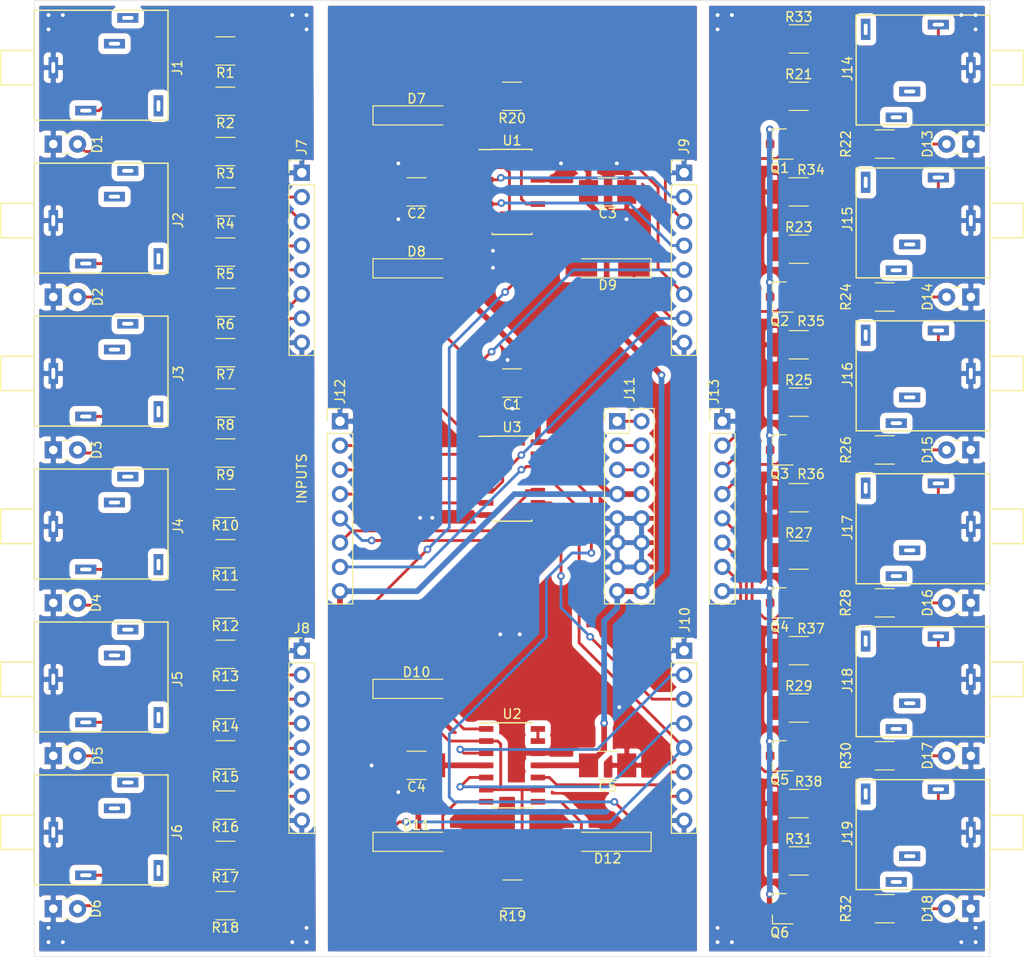
<source format=kicad_pcb>
(kicad_pcb (version 20171130) (host pcbnew "(5.1.5)-3")
  (layers (0 F.Cu signal) (31 B.Cu signal) (34 B.Paste user) (35 F.Paste user) (36 B.SilkS user) (37 F.SilkS user) (38 B.Mask user) (39 F.Mask user) (44 Edge.Cuts user))
  (net 0 "")
  (net 1 GND_B)
  (net 2 +12VDC_B)
  (net 3 -12VDC)
  (net 4 "Net-(D1-Pad2)")
  (net 5 GND_A)
  (net 6 "Net-(D2-Pad2)")
  (net 7 "Net-(D3-Pad2)")
  (net 8 "Net-(D4-Pad2)")
  (net 9 "Net-(D5-Pad2)")
  (net 10 "Net-(D6-Pad2)")
  (net 11 "Net-(D7-Pad1)")
  (net 12 "Net-(D8-Pad1)")
  (net 13 "Net-(D9-Pad1)")
  (net 14 "Net-(D10-Pad1)")
  (net 15 "Net-(D11-Pad1)")
  (net 16 "Net-(D12-Pad1)")
  (net 17 "Net-(D13-Pad2)")
  (net 18 GND_C)
  (net 19 "Net-(D14-Pad2)")
  (net 20 "Net-(D15-Pad2)")
  (net 21 "Net-(D16-Pad2)")
  (net 22 "Net-(D17-Pad2)")
  (net 23 "Net-(D18-Pad2)")
  (net 24 "Net-(J1-Pad3)")
  (net 25 "Net-(J1-Pad2)")
  (net 26 "Net-(J2-Pad3)")
  (net 27 "Net-(J2-Pad2)")
  (net 28 "Net-(J3-Pad3)")
  (net 29 "Net-(J3-Pad2)")
  (net 30 "Net-(J4-Pad2)")
  (net 31 "Net-(J4-Pad3)")
  (net 32 "Net-(J5-Pad2)")
  (net 33 "Net-(J5-Pad3)")
  (net 34 "Net-(J6-Pad3)")
  (net 35 "Net-(J6-Pad2)")
  (net 36 /In1)
  (net 37 /In1_LED)
  (net 38 /In2)
  (net 39 /In2_LED)
  (net 40 /In3)
  (net 41 /In3_LED)
  (net 42 /In4)
  (net 43 /In4_LED)
  (net 44 /In5)
  (net 45 /In5_LED)
  (net 46 /In6)
  (net 47 /In6_LED)
  (net 48 "Net-(J9-Pad6)")
  (net 49 "Net-(J9-Pad4)")
  (net 50 "Net-(J9-Pad2)")
  (net 51 "Net-(J10-Pad6)")
  (net 52 "Net-(J10-Pad4)")
  (net 53 "Net-(J10-Pad2)")
  (net 54 "Net-(J11-Pad5)")
  (net 55 "Net-(J11-Pad3)")
  (net 56 "Net-(J11-Pad1)")
  (net 57 "Net-(J12-Pad7)")
  (net 58 "Net-(J12-Pad6)")
  (net 59 "Net-(J12-Pad5)")
  (net 60 "Net-(J12-Pad4)")
  (net 61 "Net-(J12-Pad3)")
  (net 62 "Net-(J12-Pad2)")
  (net 63 /Out1)
  (net 64 /Out2)
  (net 65 /Out3)
  (net 66 /Out4)
  (net 67 /Out5)
  (net 68 /Out6)
  (net 69 +12VDC_C)
  (net 70 "Net-(J14-Pad2)")
  (net 71 "Net-(J14-Pad3)")
  (net 72 "Net-(J15-Pad2)")
  (net 73 "Net-(J15-Pad3)")
  (net 74 "Net-(J16-Pad3)")
  (net 75 "Net-(J16-Pad2)")
  (net 76 "Net-(J17-Pad2)")
  (net 77 "Net-(J17-Pad3)")
  (net 78 "Net-(J18-Pad2)")
  (net 79 "Net-(J18-Pad3)")
  (net 80 "Net-(J19-Pad3)")
  (net 81 "Net-(J19-Pad2)")
  (net 82 "Net-(D7-Pad2)")
  (net 83 "Net-(D8-Pad2)")
  (net 84 "Net-(D9-Pad2)")
  (net 85 "Net-(D10-Pad2)")
  (net 86 "Net-(D11-Pad2)")
  (net 87 "Net-(D12-Pad2)")
  (net 88 "Net-(Q1-Pad2)")
  (net 89 "Net-(Q2-Pad2)")
  (net 90 "Net-(Q3-Pad2)")
  (net 91 "Net-(Q4-Pad2)")
  (net 92 "Net-(Q5-Pad2)")
  (net 93 "Net-(Q6-Pad2)")
  (net 94 Bias)
  (net 95 "Net-(U1-Pad13)")
  (net 96 "Net-(U2-Pad13)")
  (module TO_SOT_Packages_SMD:SOT-23 (layer F.Cu) (at 78 31 180)
    (fp_text reference Q2 (at 0 -2.5) (layer F.SilkS))
    (fp_text value MMBT3904)
    (pad 3 smd rect (at 1 0 180) (size 0.9 0.8) (layers F.Cu F.Paste F.Mask) (net 69 +12VDC_C))
    (pad 2 smd rect (at -1 0.95 180) (size 0.9 0.8) (layers F.Cu F.Paste F.Mask) (net 89 "Net-(Q2-Pad2)"))
    (pad 1 smd rect (at -1 -0.95 180) (size 0.9 0.8) (layers F.Cu F.Paste F.Mask) (net 64 /Out2))
  )
  (module TO_SOT_Packages_SMD:SOT-23 (layer F.Cu) (at 78 63 180)
    (fp_text reference Q4 (at 0 -2.5) (layer F.SilkS))
    (fp_text value MMBT3904)
    (pad 3 smd rect (at 1 0 180) (size 0.9 0.8) (layers F.Cu F.Paste F.Mask) (net 69 +12VDC_C))
    (pad 2 smd rect (at -1 0.95 180) (size 0.9 0.8) (layers F.Cu F.Paste F.Mask) (net 91 "Net-(Q4-Pad2)"))
    (pad 1 smd rect (at -1 -0.95 180) (size 0.9 0.8) (layers F.Cu F.Paste F.Mask) (net 66 /Out4))
  )
  (module TO_SOT_Packages_SMD:SOT-23 (layer F.Cu) (at 78 95 180)
    (fp_text reference Q6 (at 0 -2.5) (layer F.SilkS))
    (fp_text value MMBT3904)
    (pad 3 smd rect (at 1 0 180) (size 0.9 0.8) (layers F.Cu F.Paste F.Mask) (net 69 +12VDC_C))
    (pad 2 smd rect (at -1 0.95 180) (size 0.9 0.8) (layers F.Cu F.Paste F.Mask) (net 93 "Net-(Q6-Pad2)"))
    (pad 1 smd rect (at -1 -0.95 180) (size 0.9 0.8) (layers F.Cu F.Paste F.Mask) (net 68 /Out6))
  )
  (module Pin_Headers:Pin_Header_Straight_1x08_Pitch2.54mm (layer F.Cu) (at 28 68)
    (fp_text reference J8 (at 0 -2.33) (layer F.SilkS))
    (fp_text value Conn_01x08)
    (pad 1 thru_hole rect (at 0 0) (size 1.7 1.7) (drill 1) (layers *.Cu *.Mask) (net 5 GND_A))
    (pad 2 thru_hole oval (at 0 2.54) (size 1.7 1.7) (drill 1) (layers *.Cu *.Mask) (net 42 /In4))
    (pad 3 thru_hole oval (at 0 5.08) (size 1.7 1.7) (drill 1) (layers *.Cu *.Mask) (net 43 /In4_LED))
    (pad 4 thru_hole oval (at 0 7.62) (size 1.7 1.7) (drill 1) (layers *.Cu *.Mask) (net 44 /In5))
    (pad 5 thru_hole oval (at 0 10.16) (size 1.7 1.7) (drill 1) (layers *.Cu *.Mask) (net 45 /In5_LED))
    (pad 6 thru_hole oval (at 0 12.7) (size 1.7 1.7) (drill 1) (layers *.Cu *.Mask) (net 46 /In6))
    (pad 7 thru_hole oval (at 0 15.24) (size 1.7 1.7) (drill 1) (layers *.Cu *.Mask) (net 47 /In6_LED))
    (pad 8 thru_hole oval (at 0 17.78) (size 1.7 1.7) (drill 1) (layers *.Cu *.Mask) (net 5 GND_A))
  )
  (module Pin_Headers:Pin_Header_Straight_1x08_Pitch2.54mm (layer F.Cu) (at 28 18)
    (fp_text reference J7 (at -0.00158 -2.67212 90) (layer F.SilkS))
    (fp_text value Conn_01x08)
    (pad 1 thru_hole rect (at 0 0) (size 1.7 1.7) (drill 1) (layers *.Cu *.Mask) (net 5 GND_A))
    (pad 2 thru_hole oval (at 0 2.54) (size 1.7 1.7) (drill 1) (layers *.Cu *.Mask) (net 36 /In1))
    (pad 3 thru_hole oval (at 0 5.08) (size 1.7 1.7) (drill 1) (layers *.Cu *.Mask) (net 37 /In1_LED))
    (pad 4 thru_hole oval (at 0 7.62) (size 1.7 1.7) (drill 1) (layers *.Cu *.Mask) (net 38 /In2))
    (pad 5 thru_hole oval (at 0 10.16) (size 1.7 1.7) (drill 1) (layers *.Cu *.Mask) (net 39 /In2_LED))
    (pad 6 thru_hole oval (at 0 12.7) (size 1.7 1.7) (drill 1) (layers *.Cu *.Mask) (net 40 /In3))
    (pad 7 thru_hole oval (at 0 15.24) (size 1.7 1.7) (drill 1) (layers *.Cu *.Mask) (net 41 /In3_LED))
    (pad 8 thru_hole oval (at 0 17.78) (size 1.7 1.7) (drill 1) (layers *.Cu *.Mask) (net 5 GND_A))
  )
  (module Pin_Headers:Pin_Header_Straight_2x08_Pitch2.54mm (layer F.Cu) (at 61 44)
    (fp_text reference J11 (at 1.29 -3.308 90) (layer F.SilkS))
    (fp_text value Conn_02x08_Odd_Even)
    (pad 16 thru_hole oval (at 2.54 17.78) (size 1.7 1.7) (drill 1) (layers *.Cu *.Mask) (net 3 -12VDC))
    (pad 15 thru_hole oval (at 0 17.78) (size 1.7 1.7) (drill 1) (layers *.Cu *.Mask) (net 3 -12VDC))
    (pad 14 thru_hole oval (at 2.54 15.24) (size 1.7 1.7) (drill 1) (layers *.Cu *.Mask) (net 1 GND_B))
    (pad 13 thru_hole oval (at 0 15.24) (size 1.7 1.7) (drill 1) (layers *.Cu *.Mask) (net 1 GND_B))
    (pad 12 thru_hole oval (at 2.54 12.7) (size 1.7 1.7) (drill 1) (layers *.Cu *.Mask) (net 1 GND_B))
    (pad 11 thru_hole oval (at 0 12.7) (size 1.7 1.7) (drill 1) (layers *.Cu *.Mask) (net 1 GND_B))
    (pad 10 thru_hole oval (at 2.54 10.16) (size 1.7 1.7) (drill 1) (layers *.Cu *.Mask) (net 1 GND_B))
    (pad 9 thru_hole oval (at 0 10.16) (size 1.7 1.7) (drill 1) (layers *.Cu *.Mask) (net 1 GND_B))
    (pad 8 thru_hole oval (at 2.54 7.62) (size 1.7 1.7) (drill 1) (layers *.Cu *.Mask) (net 2 +12VDC_B))
    (pad 7 thru_hole oval (at 0 7.62) (size 1.7 1.7) (drill 1) (layers *.Cu *.Mask) (net 2 +12VDC_B))
    (pad 6 thru_hole oval (at 2.54 5.08) (size 1.7 1.7) (drill 1) (layers *.Cu *.Mask) (net 54 "Net-(J11-Pad5)"))
    (pad 5 thru_hole oval (at 0 5.08) (size 1.7 1.7) (drill 1) (layers *.Cu *.Mask) (net 54 "Net-(J11-Pad5)"))
    (pad 4 thru_hole oval (at 2.54 2.54) (size 1.7 1.7) (drill 1) (layers *.Cu *.Mask) (net 55 "Net-(J11-Pad3)"))
    (pad 3 thru_hole oval (at 0 2.54) (size 1.7 1.7) (drill 1) (layers *.Cu *.Mask) (net 55 "Net-(J11-Pad3)"))
    (pad 2 thru_hole oval (at 2.54 0) (size 1.7 1.7) (drill 1) (layers *.Cu *.Mask) (net 56 "Net-(J11-Pad1)"))
    (pad 1 thru_hole rect (at 0 0) (size 1.7 1.7) (drill 1) (layers *.Cu *.Mask) (net 56 "Net-(J11-Pad1)"))
  )
  (module LEDs:LED_Rectangular_W3.9mm_H1.9mm (layer F.Cu) (at 2 15)
    (fp_text reference D1 (at 4.5913 0.00378 90) (layer F.SilkS))
    (fp_text value LED)
    (pad 2 thru_hole circle (at 2.54 0) (size 1.8 1.8) (drill 0.9) (layers *.Cu *.Mask) (net 4 "Net-(D1-Pad2)"))
    (pad 1 thru_hole rect (at 0 0) (size 1.8 1.8) (drill 0.9) (layers *.Cu *.Mask) (net 5 GND_A))
  )
  (module LEDs:LED_Rectangular_W3.9mm_H1.9mm (layer F.Cu) (at 2 31)
    (fp_text reference D2 (at 4.65988 -0.00184 90) (layer F.SilkS))
    (fp_text value LED)
    (pad 2 thru_hole circle (at 2.54 0) (size 1.8 1.8) (drill 0.9) (layers *.Cu *.Mask) (net 6 "Net-(D2-Pad2)"))
    (pad 1 thru_hole rect (at 0 0) (size 1.8 1.8) (drill 0.9) (layers *.Cu *.Mask) (net 5 GND_A))
  )
  (module LEDs:LED_Rectangular_W3.9mm_H1.9mm (layer F.Cu) (at 2 47)
    (fp_text reference D3 (at 4.52526 0.00016 270) (layer F.SilkS))
    (fp_text value LED)
    (pad 2 thru_hole circle (at 2.54 0) (size 1.8 1.8) (drill 0.9) (layers *.Cu *.Mask) (net 7 "Net-(D3-Pad2)"))
    (pad 1 thru_hole rect (at 0 0) (size 1.8 1.8) (drill 0.9) (layers *.Cu *.Mask) (net 5 GND_A))
  )
  (module LEDs:LED_Rectangular_W3.9mm_H1.9mm (layer F.Cu) (at 2 63)
    (fp_text reference D4 (at 4.45414 0.00216 90) (layer F.SilkS))
    (fp_text value LED)
    (pad 1 thru_hole rect (at 0 0) (size 1.8 1.8) (drill 0.9) (layers *.Cu *.Mask) (net 5 GND_A))
    (pad 2 thru_hole circle (at 2.54 0) (size 1.8 1.8) (drill 0.9) (layers *.Cu *.Mask) (net 8 "Net-(D4-Pad2)"))
  )
  (module LEDs:LED_Rectangular_W3.9mm_H1.9mm (layer F.Cu) (at 2 79)
    (fp_text reference D5 (at 4.64972 0.00416 90) (layer F.SilkS))
    (fp_text value LED)
    (pad 1 thru_hole rect (at 0 0) (size 1.8 1.8) (drill 0.9) (layers *.Cu *.Mask) (net 5 GND_A))
    (pad 2 thru_hole circle (at 2.54 0) (size 1.8 1.8) (drill 0.9) (layers *.Cu *.Mask) (net 9 "Net-(D5-Pad2)"))
  )
  (module LEDs:LED_Rectangular_W3.9mm_H1.9mm (layer F.Cu) (at 2 95)
    (fp_text reference D6 (at 4.4516 -0.00146 90) (layer F.SilkS))
    (fp_text value LED)
    (pad 1 thru_hole rect (at 0 0) (size 1.8 1.8) (drill 0.9) (layers *.Cu *.Mask) (net 5 GND_A))
    (pad 2 thru_hole circle (at 2.54 0) (size 1.8 1.8) (drill 0.9) (layers *.Cu *.Mask) (net 10 "Net-(D6-Pad2)"))
  )
  (module LEDs:LED_Rectangular_W3.9mm_H1.9mm (layer F.Cu) (at 98 15 180)
    (fp_text reference D13 (at 4.528 0.014 90) (layer F.SilkS))
    (fp_text value LED)
    (pad 2 thru_hole circle (at 2.54 0 180) (size 1.8 1.8) (drill 0.9) (layers *.Cu *.Mask) (net 17 "Net-(D13-Pad2)"))
    (pad 1 thru_hole rect (at 0 0 180) (size 1.8 1.8) (drill 0.9) (layers *.Cu *.Mask) (net 18 GND_C))
  )
  (module LEDs:LED_Rectangular_W3.9mm_H1.9mm (layer F.Cu) (at 98 31 180)
    (fp_text reference D14 (at 4.528 0.012 90) (layer F.SilkS))
    (fp_text value LED)
    (pad 2 thru_hole circle (at 2.54 0 180) (size 1.8 1.8) (drill 0.9) (layers *.Cu *.Mask) (net 19 "Net-(D14-Pad2)"))
    (pad 1 thru_hole rect (at 0 0 180) (size 1.8 1.8) (drill 0.9) (layers *.Cu *.Mask) (net 18 GND_C))
  )
  (module LEDs:LED_Rectangular_W3.9mm_H1.9mm (layer F.Cu) (at 98 47 180)
    (fp_text reference D15 (at 4.528 0.01 90) (layer F.SilkS))
    (fp_text value LED)
    (pad 1 thru_hole rect (at 0 0 180) (size 1.8 1.8) (drill 0.9) (layers *.Cu *.Mask) (net 18 GND_C))
    (pad 2 thru_hole circle (at 2.54 0 180) (size 1.8 1.8) (drill 0.9) (layers *.Cu *.Mask) (net 20 "Net-(D15-Pad2)"))
  )
  (module LEDs:LED_Rectangular_W3.9mm_H1.9mm (layer F.Cu) (at 98 63 180)
    (fp_text reference D16 (at 4.528 0.008 90) (layer F.SilkS))
    (fp_text value LED)
    (pad 1 thru_hole rect (at 0 0 180) (size 1.8 1.8) (drill 0.9) (layers *.Cu *.Mask) (net 18 GND_C))
    (pad 2 thru_hole circle (at 2.54 0 180) (size 1.8 1.8) (drill 0.9) (layers *.Cu *.Mask) (net 21 "Net-(D16-Pad2)"))
  )
  (module LEDs:LED_Rectangular_W3.9mm_H1.9mm (layer F.Cu) (at 98 79 180)
    (fp_text reference D17 (at 4.528 0.006 90) (layer F.SilkS))
    (fp_text value LED)
    (pad 1 thru_hole rect (at 0 0 180) (size 1.8 1.8) (drill 0.9) (layers *.Cu *.Mask) (net 18 GND_C))
    (pad 2 thru_hole circle (at 2.54 0 180) (size 1.8 1.8) (drill 0.9) (layers *.Cu *.Mask) (net 22 "Net-(D17-Pad2)"))
  )
  (module LEDs:LED_Rectangular_W3.9mm_H1.9mm (layer F.Cu) (at 98 95 180)
    (fp_text reference D18 (at 4.528 0.004 90) (layer F.SilkS))
    (fp_text value LED)
    (pad 2 thru_hole circle (at 2.54 0 180) (size 1.8 1.8) (drill 0.9) (layers *.Cu *.Mask) (net 23 "Net-(D18-Pad2)"))
    (pad 1 thru_hole rect (at 0 0 180) (size 1.8 1.8) (drill 0.9) (layers *.Cu *.Mask) (net 18 GND_C))
  )
  (module Custom_Library:Mono_Jack_3.5mm_Switch_Switchcraft_35RAPC2AH3 (layer F.Cu) (at 0 7)
    (fp_text reference J1 (at 14.97838 0.00786 90) (layer F.SilkS))
    (fp_text value AudioJack1_Switch)
    (pad 1 thru_hole rect (at 2 0) (size 1 2.2) (drill oval 0.4 1.2) (layers *.Cu *.Mask) (net 5 GND_A))
    (pad 3 thru_hole rect (at 5.4 4.5) (size 2.2 1) (drill oval 1.2 0.4) (layers *.Cu *.Mask) (net 24 "Net-(J1-Pad3)"))
    (pad 2 thru_hole rect (at 13 4) (size 1 2.2) (drill oval 0.4 1.2) (layers *.Cu *.Mask) (net 25 "Net-(J1-Pad2)"))
    (pad ~ thru_hole rect (at 8.4 -2.5) (size 2.2 1) (drill oval 1.2 0.4) (layers *.Cu *.Mask))
    (pad ~ thru_hole rect (at 9.8 -5.2) (size 2.2 1) (drill oval 1.2 0.4) (layers *.Cu *.Mask))
  )
  (module Custom_Library:Mono_Jack_3.5mm_Switch_Switchcraft_35RAPC2AH3 (layer F.Cu) (at 0 23)
    (fp_text reference J2 (at 15.06728 -0.01554 90) (layer F.SilkS))
    (fp_text value AudioJack1_Switch)
    (pad 1 thru_hole rect (at 2 0) (size 1 2.2) (drill oval 0.4 1.2) (layers *.Cu *.Mask) (net 5 GND_A))
    (pad 3 thru_hole rect (at 5.4 4.5) (size 2.2 1) (drill oval 1.2 0.4) (layers *.Cu *.Mask) (net 26 "Net-(J2-Pad3)"))
    (pad 2 thru_hole rect (at 13 4) (size 1 2.2) (drill oval 0.4 1.2) (layers *.Cu *.Mask) (net 27 "Net-(J2-Pad2)"))
    (pad ~ thru_hole rect (at 8.4 -2.5) (size 2.2 1) (drill oval 1.2 0.4) (layers *.Cu *.Mask))
    (pad ~ thru_hole rect (at 9.8 -5.2) (size 2.2 1) (drill oval 1.2 0.4) (layers *.Cu *.Mask))
  )
  (module Custom_Library:Mono_Jack_3.5mm_Switch_Switchcraft_35RAPC2AH3 (layer F.Cu) (at 0 39)
    (fp_text reference J3 (at 15.09014 0.0271 90) (layer F.SilkS))
    (fp_text value AudioJack1_Switch)
    (pad 1 thru_hole rect (at 2 0) (size 1 2.2) (drill oval 0.4 1.2) (layers *.Cu *.Mask) (net 5 GND_A))
    (pad 3 thru_hole rect (at 5.4 4.5) (size 2.2 1) (drill oval 1.2 0.4) (layers *.Cu *.Mask) (net 28 "Net-(J3-Pad3)"))
    (pad 2 thru_hole rect (at 13 4) (size 1 2.2) (drill oval 0.4 1.2) (layers *.Cu *.Mask) (net 29 "Net-(J3-Pad2)"))
    (pad ~ thru_hole rect (at 8.4 -2.5) (size 2.2 1) (drill oval 1.2 0.4) (layers *.Cu *.Mask))
    (pad ~ thru_hole rect (at 9.8 -5.2) (size 2.2 1) (drill oval 1.2 0.4) (layers *.Cu *.Mask))
  )
  (module Custom_Library:Mono_Jack_3.5mm_Switch_Switchcraft_35RAPC2AH3 (layer F.Cu) (at 0 55)
    (fp_text reference J4 (at 15.06982 -0.01916 90) (layer F.SilkS))
    (fp_text value AudioJack1_Switch)
    (pad ~ thru_hole rect (at 9.8 -5.2) (size 2.2 1) (drill oval 1.2 0.4) (layers *.Cu *.Mask))
    (pad ~ thru_hole rect (at 8.4 -2.5) (size 2.2 1) (drill oval 1.2 0.4) (layers *.Cu *.Mask))
    (pad 2 thru_hole rect (at 13 4) (size 1 2.2) (drill oval 0.4 1.2) (layers *.Cu *.Mask) (net 30 "Net-(J4-Pad2)"))
    (pad 3 thru_hole rect (at 5.4 4.5) (size 2.2 1) (drill oval 1.2 0.4) (layers *.Cu *.Mask) (net 31 "Net-(J4-Pad3)"))
    (pad 1 thru_hole rect (at 2 0) (size 1 2.2) (drill oval 0.4 1.2) (layers *.Cu *.Mask) (net 5 GND_A))
  )
  (module Custom_Library:Mono_Jack_3.5mm_Switch_Switchcraft_35RAPC2AH3 (layer F.Cu) (at 0 71)
    (fp_text reference J5 (at 14.98854 -0.007 270) (layer F.SilkS))
    (fp_text value AudioJack1_Switch)
    (pad ~ thru_hole rect (at 9.8 -5.2) (size 2.2 1) (drill oval 1.2 0.4) (layers *.Cu *.Mask))
    (pad ~ thru_hole rect (at 8.4 -2.5) (size 2.2 1) (drill oval 1.2 0.4) (layers *.Cu *.Mask))
    (pad 2 thru_hole rect (at 13 4) (size 1 2.2) (drill oval 0.4 1.2) (layers *.Cu *.Mask) (net 32 "Net-(J5-Pad2)"))
    (pad 3 thru_hole rect (at 5.4 4.5) (size 2.2 1) (drill oval 1.2 0.4) (layers *.Cu *.Mask) (net 33 "Net-(J5-Pad3)"))
    (pad 1 thru_hole rect (at 2 0) (size 1 2.2) (drill oval 0.4 1.2) (layers *.Cu *.Mask) (net 5 GND_A))
  )
  (module Custom_Library:Mono_Jack_3.5mm_Switch_Switchcraft_35RAPC2AH3 (layer F.Cu) (at 0 87)
    (fp_text reference J6 (at 14.94282 0.00262 90) (layer F.SilkS))
    (fp_text value AudioJack1_Switch)
    (pad 1 thru_hole rect (at 2 0) (size 1 2.2) (drill oval 0.4 1.2) (layers *.Cu *.Mask) (net 5 GND_A))
    (pad 3 thru_hole rect (at 5.4 4.5) (size 2.2 1) (drill oval 1.2 0.4) (layers *.Cu *.Mask) (net 34 "Net-(J6-Pad3)"))
    (pad 2 thru_hole rect (at 13 4) (size 1 2.2) (drill oval 0.4 1.2) (layers *.Cu *.Mask) (net 35 "Net-(J6-Pad2)"))
    (pad ~ thru_hole rect (at 8.4 -2.5) (size 2.2 1) (drill oval 1.2 0.4) (layers *.Cu *.Mask))
    (pad ~ thru_hole rect (at 9.8 -5.2) (size 2.2 1) (drill oval 1.2 0.4) (layers *.Cu *.Mask))
  )
  (module Pin_Headers:Pin_Header_Straight_1x08_Pitch2.54mm (layer F.Cu) (at 68 18)
    (fp_text reference J9 (at 0 -2.76 90) (layer F.SilkS))
    (fp_text value Conn_01x08)
    (pad 8 thru_hole oval (at 0 17.78) (size 1.7 1.7) (drill 1) (layers *.Cu *.Mask) (net 1 GND_B))
    (pad 7 thru_hole oval (at 0 15.24) (size 1.7 1.7) (drill 1) (layers *.Cu *.Mask) (net 13 "Net-(D9-Pad1)"))
    (pad 6 thru_hole oval (at 0 12.7) (size 1.7 1.7) (drill 1) (layers *.Cu *.Mask) (net 48 "Net-(J9-Pad6)"))
    (pad 5 thru_hole oval (at 0 10.16) (size 1.7 1.7) (drill 1) (layers *.Cu *.Mask) (net 12 "Net-(D8-Pad1)"))
    (pad 4 thru_hole oval (at 0 7.62) (size 1.7 1.7) (drill 1) (layers *.Cu *.Mask) (net 49 "Net-(J9-Pad4)"))
    (pad 3 thru_hole oval (at 0 5.08) (size 1.7 1.7) (drill 1) (layers *.Cu *.Mask) (net 11 "Net-(D7-Pad1)"))
    (pad 2 thru_hole oval (at 0 2.54) (size 1.7 1.7) (drill 1) (layers *.Cu *.Mask) (net 50 "Net-(J9-Pad2)"))
    (pad 1 thru_hole rect (at 0 0) (size 1.7 1.7) (drill 1) (layers *.Cu *.Mask) (net 1 GND_B))
  )
  (module Pin_Headers:Pin_Header_Straight_1x08_Pitch2.54mm (layer F.Cu) (at 68 68)
    (fp_text reference J10 (at 0.072 -3.23 90) (layer F.SilkS))
    (fp_text value Conn_01x08)
    (pad 8 thru_hole oval (at 0 17.78) (size 1.7 1.7) (drill 1) (layers *.Cu *.Mask) (net 1 GND_B))
    (pad 7 thru_hole oval (at 0 15.24) (size 1.7 1.7) (drill 1) (layers *.Cu *.Mask) (net 16 "Net-(D12-Pad1)"))
    (pad 6 thru_hole oval (at 0 12.7) (size 1.7 1.7) (drill 1) (layers *.Cu *.Mask) (net 51 "Net-(J10-Pad6)"))
    (pad 5 thru_hole oval (at 0 10.16) (size 1.7 1.7) (drill 1) (layers *.Cu *.Mask) (net 15 "Net-(D11-Pad1)"))
    (pad 4 thru_hole oval (at 0 7.62) (size 1.7 1.7) (drill 1) (layers *.Cu *.Mask) (net 52 "Net-(J10-Pad4)"))
    (pad 3 thru_hole oval (at 0 5.08) (size 1.7 1.7) (drill 1) (layers *.Cu *.Mask) (net 14 "Net-(D10-Pad1)"))
    (pad 2 thru_hole oval (at 0 2.54) (size 1.7 1.7) (drill 1) (layers *.Cu *.Mask) (net 53 "Net-(J10-Pad2)"))
    (pad 1 thru_hole rect (at 0 0) (size 1.7 1.7) (drill 1) (layers *.Cu *.Mask) (net 1 GND_B))
  )
  (module Pin_Headers:Pin_Header_Straight_1x08_Pitch2.54mm (layer F.Cu) (at 32 44)
    (fp_text reference J12 (at 0.004 -3.106 90) (layer F.SilkS))
    (fp_text value Conn_01x08)
    (pad 8 thru_hole oval (at 0 17.78) (size 1.7 1.7) (drill 1) (layers *.Cu *.Mask) (net 2 +12VDC_B))
    (pad 7 thru_hole oval (at 0 15.24) (size 1.7 1.7) (drill 1) (layers *.Cu *.Mask) (net 57 "Net-(J12-Pad7)"))
    (pad 6 thru_hole oval (at 0 12.7) (size 1.7 1.7) (drill 1) (layers *.Cu *.Mask) (net 58 "Net-(J12-Pad6)"))
    (pad 5 thru_hole oval (at 0 10.16) (size 1.7 1.7) (drill 1) (layers *.Cu *.Mask) (net 59 "Net-(J12-Pad5)"))
    (pad 4 thru_hole oval (at 0 7.62) (size 1.7 1.7) (drill 1) (layers *.Cu *.Mask) (net 60 "Net-(J12-Pad4)"))
    (pad 3 thru_hole oval (at 0 5.08) (size 1.7 1.7) (drill 1) (layers *.Cu *.Mask) (net 61 "Net-(J12-Pad3)"))
    (pad 2 thru_hole oval (at 0 2.54) (size 1.7 1.7) (drill 1) (layers *.Cu *.Mask) (net 62 "Net-(J12-Pad2)"))
    (pad 1 thru_hole rect (at 0 0) (size 1.7 1.7) (drill 1) (layers *.Cu *.Mask) (net 1 GND_B))
  )
  (module Pin_Headers:Pin_Header_Straight_1x08_Pitch2.54mm (layer F.Cu) (at 72 44)
    (fp_text reference J13 (at -0.88 -3.106 90) (layer F.SilkS))
    (fp_text value Conn_01x08)
    (pad 1 thru_hole rect (at 0 0) (size 1.7 1.7) (drill 1) (layers *.Cu *.Mask) (net 18 GND_C))
    (pad 2 thru_hole oval (at 0 2.54) (size 1.7 1.7) (drill 1) (layers *.Cu *.Mask) (net 63 /Out1))
    (pad 3 thru_hole oval (at 0 5.08) (size 1.7 1.7) (drill 1) (layers *.Cu *.Mask) (net 64 /Out2))
    (pad 4 thru_hole oval (at 0 7.62) (size 1.7 1.7) (drill 1) (layers *.Cu *.Mask) (net 65 /Out3))
    (pad 5 thru_hole oval (at 0 10.16) (size 1.7 1.7) (drill 1) (layers *.Cu *.Mask) (net 66 /Out4))
    (pad 6 thru_hole oval (at 0 12.7) (size 1.7 1.7) (drill 1) (layers *.Cu *.Mask) (net 67 /Out5))
    (pad 7 thru_hole oval (at 0 15.24) (size 1.7 1.7) (drill 1) (layers *.Cu *.Mask) (net 68 /Out6))
    (pad 8 thru_hole oval (at 0 17.78) (size 1.7 1.7) (drill 1) (layers *.Cu *.Mask) (net 69 +12VDC_C))
  )
  (module Custom_Library:Mono_Jack_3.5mm_Switch_Switchcraft_35RAPC2AH3 (layer F.Cu) (at 100 7 180)
    (fp_text reference J14 (at 14.91 -0.112 90) (layer F.SilkS))
    (fp_text value AudioJack1_Switch)
    (pad ~ thru_hole rect (at 9.8 -5.2 180) (size 2.2 1) (drill oval 1.2 0.4) (layers *.Cu *.Mask))
    (pad ~ thru_hole rect (at 8.4 -2.5 180) (size 2.2 1) (drill oval 1.2 0.4) (layers *.Cu *.Mask))
    (pad 2 thru_hole rect (at 13 4 180) (size 1 2.2) (drill oval 0.4 1.2) (layers *.Cu *.Mask) (net 70 "Net-(J14-Pad2)"))
    (pad 3 thru_hole rect (at 5.4 4.5 180) (size 2.2 1) (drill oval 1.2 0.4) (layers *.Cu *.Mask) (net 71 "Net-(J14-Pad3)"))
    (pad 1 thru_hole rect (at 2 0 180) (size 1 2.2) (drill oval 0.4 1.2) (layers *.Cu *.Mask) (net 18 GND_C))
  )
  (module Custom_Library:Mono_Jack_3.5mm_Switch_Switchcraft_35RAPC2AH3 (layer F.Cu) (at 100 23 180)
    (fp_text reference J15 (at 14.91 0.14 90) (layer F.SilkS))
    (fp_text value AudioJack1_Switch)
    (pad ~ thru_hole rect (at 9.8 -5.2 180) (size 2.2 1) (drill oval 1.2 0.4) (layers *.Cu *.Mask))
    (pad ~ thru_hole rect (at 8.4 -2.5 180) (size 2.2 1) (drill oval 1.2 0.4) (layers *.Cu *.Mask))
    (pad 2 thru_hole rect (at 13 4 180) (size 1 2.2) (drill oval 0.4 1.2) (layers *.Cu *.Mask) (net 72 "Net-(J15-Pad2)"))
    (pad 3 thru_hole rect (at 5.4 4.5 180) (size 2.2 1) (drill oval 1.2 0.4) (layers *.Cu *.Mask) (net 73 "Net-(J15-Pad3)"))
    (pad 1 thru_hole rect (at 2 0 180) (size 1 2.2) (drill oval 0.4 1.2) (layers *.Cu *.Mask) (net 18 GND_C))
  )
  (module Custom_Library:Mono_Jack_3.5mm_Switch_Switchcraft_35RAPC2AH3 (layer F.Cu) (at 100 39 180)
    (fp_text reference J16 (at 14.91 -0.116 90) (layer F.SilkS))
    (fp_text value AudioJack1_Switch)
    (pad 1 thru_hole rect (at 2 0 180) (size 1 2.2) (drill oval 0.4 1.2) (layers *.Cu *.Mask) (net 18 GND_C))
    (pad 3 thru_hole rect (at 5.4 4.5 180) (size 2.2 1) (drill oval 1.2 0.4) (layers *.Cu *.Mask) (net 74 "Net-(J16-Pad3)"))
    (pad 2 thru_hole rect (at 13 4 180) (size 1 2.2) (drill oval 0.4 1.2) (layers *.Cu *.Mask) (net 75 "Net-(J16-Pad2)"))
    (pad ~ thru_hole rect (at 8.4 -2.5 180) (size 2.2 1) (drill oval 1.2 0.4) (layers *.Cu *.Mask))
    (pad ~ thru_hole rect (at 9.8 -5.2 180) (size 2.2 1) (drill oval 1.2 0.4) (layers *.Cu *.Mask))
  )
  (module Custom_Library:Mono_Jack_3.5mm_Switch_Switchcraft_35RAPC2AH3 (layer F.Cu) (at 100 55 180)
    (fp_text reference J17 (at 14.91 -0.118 90) (layer F.SilkS))
    (fp_text value AudioJack1_Switch)
    (pad ~ thru_hole rect (at 9.8 -5.2 180) (size 2.2 1) (drill oval 1.2 0.4) (layers *.Cu *.Mask))
    (pad ~ thru_hole rect (at 8.4 -2.5 180) (size 2.2 1) (drill oval 1.2 0.4) (layers *.Cu *.Mask))
    (pad 2 thru_hole rect (at 13 4 180) (size 1 2.2) (drill oval 0.4 1.2) (layers *.Cu *.Mask) (net 76 "Net-(J17-Pad2)"))
    (pad 3 thru_hole rect (at 5.4 4.5 180) (size 2.2 1) (drill oval 1.2 0.4) (layers *.Cu *.Mask) (net 77 "Net-(J17-Pad3)"))
    (pad 1 thru_hole rect (at 2 0 180) (size 1 2.2) (drill oval 0.4 1.2) (layers *.Cu *.Mask) (net 18 GND_C))
  )
  (module Custom_Library:Mono_Jack_3.5mm_Switch_Switchcraft_35RAPC2AH3 (layer F.Cu) (at 100 71 180)
    (fp_text reference J18 (at 14.91 -0.12 90) (layer F.SilkS))
    (fp_text value AudioJack1_Switch)
    (pad ~ thru_hole rect (at 9.8 -5.2 180) (size 2.2 1) (drill oval 1.2 0.4) (layers *.Cu *.Mask))
    (pad ~ thru_hole rect (at 8.4 -2.5 180) (size 2.2 1) (drill oval 1.2 0.4) (layers *.Cu *.Mask))
    (pad 2 thru_hole rect (at 13 4 180) (size 1 2.2) (drill oval 0.4 1.2) (layers *.Cu *.Mask) (net 78 "Net-(J18-Pad2)"))
    (pad 3 thru_hole rect (at 5.4 4.5 180) (size 2.2 1) (drill oval 1.2 0.4) (layers *.Cu *.Mask) (net 79 "Net-(J18-Pad3)"))
    (pad 1 thru_hole rect (at 2 0 180) (size 1 2.2) (drill oval 0.4 1.2) (layers *.Cu *.Mask) (net 18 GND_C))
  )
  (module Custom_Library:Mono_Jack_3.5mm_Switch_Switchcraft_35RAPC2AH3 (layer F.Cu) (at 100 87 180)
    (fp_text reference J19 (at 14.91 -0.122 90) (layer F.SilkS))
    (fp_text value AudioJack1_Switch)
    (pad 1 thru_hole rect (at 2 0 180) (size 1 2.2) (drill oval 0.4 1.2) (layers *.Cu *.Mask) (net 18 GND_C))
    (pad 3 thru_hole rect (at 5.4 4.5 180) (size 2.2 1) (drill oval 1.2 0.4) (layers *.Cu *.Mask) (net 80 "Net-(J19-Pad3)"))
    (pad 2 thru_hole rect (at 13 4 180) (size 1 2.2) (drill oval 0.4 1.2) (layers *.Cu *.Mask) (net 81 "Net-(J19-Pad2)"))
    (pad ~ thru_hole rect (at 8.4 -2.5 180) (size 2.2 1) (drill oval 1.2 0.4) (layers *.Cu *.Mask))
    (pad ~ thru_hole rect (at 9.8 -5.2 180) (size 2.2 1) (drill oval 1.2 0.4) (layers *.Cu *.Mask))
  )
  (module Capacitors_SMD:C_1210_HandSoldering (layer F.Cu) (at 50 40 180)
    (fp_text reference C1 (at 0 -2.25) (layer F.SilkS))
    (fp_text value C)
    (pad 2 smd rect (at 2 0 180) (size 2 2.5) (layers F.Cu F.Paste F.Mask) (net 1 GND_B))
    (pad 1 smd rect (at -2 0 180) (size 2 2.5) (layers F.Cu F.Paste F.Mask) (net 2 +12VDC_B))
  )
  (module Capacitors_SMD:C_1210_HandSoldering (layer F.Cu) (at 40 20 180)
    (fp_text reference C2 (at 0 -2.25) (layer F.SilkS))
    (fp_text value C)
    (pad 1 smd rect (at -2 0 180) (size 2 2.5) (layers F.Cu F.Paste F.Mask) (net 2 +12VDC_B))
    (pad 2 smd rect (at 2 0 180) (size 2 2.5) (layers F.Cu F.Paste F.Mask) (net 1 GND_B))
  )
  (module Capacitors_SMD:C_1210_HandSoldering (layer F.Cu) (at 60 20 180)
    (fp_text reference C3 (at 0 -2.25) (layer F.SilkS))
    (fp_text value C)
    (pad 1 smd rect (at -2 0 180) (size 2 2.5) (layers F.Cu F.Paste F.Mask) (net 1 GND_B))
    (pad 2 smd rect (at 2 0 180) (size 2 2.5) (layers F.Cu F.Paste F.Mask) (net 3 -12VDC))
  )
  (module Capacitors_SMD:C_1210_HandSoldering (layer F.Cu) (at 40 80 180)
    (fp_text reference C4 (at 0 -2.25) (layer F.SilkS))
    (fp_text value C)
    (pad 2 smd rect (at 2 0 180) (size 2 2.5) (layers F.Cu F.Paste F.Mask) (net 1 GND_B))
    (pad 1 smd rect (at -2 0 180) (size 2 2.5) (layers F.Cu F.Paste F.Mask) (net 2 +12VDC_B))
  )
  (module Capacitors_SMD:C_1210_HandSoldering (layer F.Cu) (at 60 80 180)
    (fp_text reference C5 (at 0 -2.25) (layer F.SilkS))
    (fp_text value C)
    (pad 2 smd rect (at 2 0 180) (size 2 2.5) (layers F.Cu F.Paste F.Mask) (net 3 -12VDC))
    (pad 1 smd rect (at -2 0 180) (size 2 2.5) (layers F.Cu F.Paste F.Mask) (net 1 GND_B))
  )
  (module Diodes_SMD:D_MiniMELF_Handsoldering (layer F.Cu) (at 40 12)
    (fp_text reference D7 (at 0 -1.75) (layer F.SilkS))
    (fp_text value LL4148)
    (pad 1 smd rect (at -2.75 0) (size 3.3 1.7) (layers F.Cu F.Paste F.Mask) (net 11 "Net-(D7-Pad1)"))
    (pad 2 smd rect (at 2.75 0) (size 3.3 1.7) (layers F.Cu F.Paste F.Mask) (net 82 "Net-(D7-Pad2)"))
  )
  (module Diodes_SMD:D_MiniMELF_Handsoldering (layer F.Cu) (at 40 28)
    (fp_text reference D8 (at 0 -1.75) (layer F.SilkS))
    (fp_text value LL4148)
    (pad 1 smd rect (at -2.75 0) (size 3.3 1.7) (layers F.Cu F.Paste F.Mask) (net 12 "Net-(D8-Pad1)"))
    (pad 2 smd rect (at 2.75 0) (size 3.3 1.7) (layers F.Cu F.Paste F.Mask) (net 83 "Net-(D8-Pad2)"))
  )
  (module Diodes_SMD:D_MiniMELF_Handsoldering (layer F.Cu) (at 60 28 180)
    (fp_text reference D9 (at 0 -1.75) (layer F.SilkS))
    (fp_text value LL4148)
    (pad 2 smd rect (at 2.75 0 180) (size 3.3 1.7) (layers F.Cu F.Paste F.Mask) (net 84 "Net-(D9-Pad2)"))
    (pad 1 smd rect (at -2.75 0 180) (size 3.3 1.7) (layers F.Cu F.Paste F.Mask) (net 13 "Net-(D9-Pad1)"))
  )
  (module Diodes_SMD:D_MiniMELF_Handsoldering (layer F.Cu) (at 40 72)
    (fp_text reference D10 (at 0 -1.75) (layer F.SilkS))
    (fp_text value LL4148)
    (pad 1 smd rect (at -2.75 0) (size 3.3 1.7) (layers F.Cu F.Paste F.Mask) (net 14 "Net-(D10-Pad1)"))
    (pad 2 smd rect (at 2.75 0) (size 3.3 1.7) (layers F.Cu F.Paste F.Mask) (net 85 "Net-(D10-Pad2)"))
  )
  (module Diodes_SMD:D_MiniMELF_Handsoldering (layer F.Cu) (at 40 88)
    (fp_text reference D11 (at 0 -1.75) (layer F.SilkS))
    (fp_text value LL4148)
    (pad 2 smd rect (at 2.75 0) (size 3.3 1.7) (layers F.Cu F.Paste F.Mask) (net 86 "Net-(D11-Pad2)"))
    (pad 1 smd rect (at -2.75 0) (size 3.3 1.7) (layers F.Cu F.Paste F.Mask) (net 15 "Net-(D11-Pad1)"))
  )
  (module Diodes_SMD:D_MiniMELF_Handsoldering (layer F.Cu) (at 60 88 180)
    (fp_text reference D12 (at 0 -1.75) (layer F.SilkS))
    (fp_text value LL4148)
    (pad 2 smd rect (at 2.75 0 180) (size 3.3 1.7) (layers F.Cu F.Paste F.Mask) (net 87 "Net-(D12-Pad2)"))
    (pad 1 smd rect (at -2.75 0 180) (size 3.3 1.7) (layers F.Cu F.Paste F.Mask) (net 16 "Net-(D12-Pad1)"))
  )
  (module TO_SOT_Packages_SMD:SOT-23 (layer F.Cu) (at 78 15 180)
    (fp_text reference Q1 (at 0 -2.5) (layer F.SilkS))
    (fp_text value MMBT3904)
    (pad 1 smd rect (at -1 -0.95 180) (size 0.9 0.8) (layers F.Cu F.Paste F.Mask) (net 63 /Out1))
    (pad 2 smd rect (at -1 0.95 180) (size 0.9 0.8) (layers F.Cu F.Paste F.Mask) (net 88 "Net-(Q1-Pad2)"))
    (pad 3 smd rect (at 1 0 180) (size 0.9 0.8) (layers F.Cu F.Paste F.Mask) (net 69 +12VDC_C))
  )
  (module TO_SOT_Packages_SMD:SOT-23 (layer F.Cu) (at 78 47 180)
    (fp_text reference Q3 (at 0 -2.5) (layer F.SilkS))
    (fp_text value MMBT3904)
    (pad 1 smd rect (at -1 -0.95 180) (size 0.9 0.8) (layers F.Cu F.Paste F.Mask) (net 65 /Out3))
    (pad 2 smd rect (at -1 0.95 180) (size 0.9 0.8) (layers F.Cu F.Paste F.Mask) (net 90 "Net-(Q3-Pad2)"))
    (pad 3 smd rect (at 1 0 180) (size 0.9 0.8) (layers F.Cu F.Paste F.Mask) (net 69 +12VDC_C))
  )
  (module TO_SOT_Packages_SMD:SOT-23 (layer F.Cu) (at 78 79 180)
    (fp_text reference Q5 (at 0 -2.5) (layer F.SilkS))
    (fp_text value MMBT3904)
    (pad 1 smd rect (at -1 -0.95 180) (size 0.9 0.8) (layers F.Cu F.Paste F.Mask) (net 67 /Out5))
    (pad 2 smd rect (at -1 0.95 180) (size 0.9 0.8) (layers F.Cu F.Paste F.Mask) (net 92 "Net-(Q5-Pad2)"))
    (pad 3 smd rect (at 1 0 180) (size 0.9 0.8) (layers F.Cu F.Paste F.Mask) (net 69 +12VDC_C))
  )
  (module Resistors_SMD:R_1210_HandSoldering (layer F.Cu) (at 20 5.26 180)
    (fp_text reference R1 (at 0 -2.3) (layer F.SilkS))
    (fp_text value 1K)
    (pad 2 smd rect (at 2 0 180) (size 2 2.5) (layers F.Cu F.Paste F.Mask) (net 24 "Net-(J1-Pad3)"))
    (pad 1 smd rect (at -2 0 180) (size 2 2.5) (layers F.Cu F.Paste F.Mask) (net 36 /In1))
  )
  (module Resistors_SMD:R_1210_HandSoldering (layer F.Cu) (at 20 10.52 180)
    (fp_text reference R2 (at 0 -2.3) (layer F.SilkS))
    (fp_text value 100K)
    (pad 2 smd rect (at 2 0 180) (size 2 2.5) (layers F.Cu F.Paste F.Mask) (net 5 GND_A))
    (pad 1 smd rect (at -2 0 180) (size 2 2.5) (layers F.Cu F.Paste F.Mask) (net 36 /In1))
  )
  (module Resistors_SMD:R_1210_HandSoldering (layer F.Cu) (at 20 15.78 180)
    (fp_text reference R3 (at 0 -2.3) (layer F.SilkS))
    (fp_text value 2k7)
    (pad 1 smd rect (at -2 0 180) (size 2 2.5) (layers F.Cu F.Paste F.Mask) (net 37 /In1_LED))
    (pad 2 smd rect (at 2 0 180) (size 2 2.5) (layers F.Cu F.Paste F.Mask) (net 4 "Net-(D1-Pad2)"))
  )
  (module Resistors_SMD:R_1210_HandSoldering (layer F.Cu) (at 20 21.04 180)
    (fp_text reference R4 (at 0 -2.3) (layer F.SilkS))
    (fp_text value 1K)
    (pad 1 smd rect (at -2 0 180) (size 2 2.5) (layers F.Cu F.Paste F.Mask) (net 38 /In2))
    (pad 2 smd rect (at 2 0 180) (size 2 2.5) (layers F.Cu F.Paste F.Mask) (net 26 "Net-(J2-Pad3)"))
  )
  (module Resistors_SMD:R_1210_HandSoldering (layer F.Cu) (at 20 26.3 180)
    (fp_text reference R5 (at 0 -2.3) (layer F.SilkS))
    (fp_text value 100K)
    (pad 2 smd rect (at 2 0 180) (size 2 2.5) (layers F.Cu F.Paste F.Mask) (net 5 GND_A))
    (pad 1 smd rect (at -2 0 180) (size 2 2.5) (layers F.Cu F.Paste F.Mask) (net 38 /In2))
  )
  (module Resistors_SMD:R_1210_HandSoldering (layer F.Cu) (at 20 31.56 180)
    (fp_text reference R6 (at 0 -2.3) (layer F.SilkS))
    (fp_text value 2k7)
    (pad 1 smd rect (at -2 0 180) (size 2 2.5) (layers F.Cu F.Paste F.Mask) (net 39 /In2_LED))
    (pad 2 smd rect (at 2 0 180) (size 2 2.5) (layers F.Cu F.Paste F.Mask) (net 6 "Net-(D2-Pad2)"))
  )
  (module Resistors_SMD:R_1210_HandSoldering (layer F.Cu) (at 20 36.82 180)
    (fp_text reference R7 (at 0 -2.3) (layer F.SilkS))
    (fp_text value 1K)
    (pad 2 smd rect (at 2 0 180) (size 2 2.5) (layers F.Cu F.Paste F.Mask) (net 28 "Net-(J3-Pad3)"))
    (pad 1 smd rect (at -2 0 180) (size 2 2.5) (layers F.Cu F.Paste F.Mask) (net 40 /In3))
  )
  (module Resistors_SMD:R_1210_HandSoldering (layer F.Cu) (at 20 42.08 180)
    (fp_text reference R8 (at 0 -2.3) (layer F.SilkS))
    (fp_text value 100K)
    (pad 1 smd rect (at -2 0 180) (size 2 2.5) (layers F.Cu F.Paste F.Mask) (net 40 /In3))
    (pad 2 smd rect (at 2 0 180) (size 2 2.5) (layers F.Cu F.Paste F.Mask) (net 5 GND_A))
  )
  (module Resistors_SMD:R_1210_HandSoldering (layer F.Cu) (at 20 47.32 180)
    (fp_text reference R9 (at 0 -2.3) (layer F.SilkS))
    (fp_text value 2k7)
    (pad 2 smd rect (at 2 0 180) (size 2 2.5) (layers F.Cu F.Paste F.Mask) (net 7 "Net-(D3-Pad2)"))
    (pad 1 smd rect (at -2 0 180) (size 2 2.5) (layers F.Cu F.Paste F.Mask) (net 41 /In3_LED))
  )
  (module Resistors_SMD:R_1210_HandSoldering (layer F.Cu) (at 20 52.6 180)
    (fp_text reference R10 (at 0 -2.3) (layer F.SilkS))
    (fp_text value 1K)
    (pad 1 smd rect (at -2 0 180) (size 2 2.5) (layers F.Cu F.Paste F.Mask) (net 42 /In4))
    (pad 2 smd rect (at 2 0 180) (size 2 2.5) (layers F.Cu F.Paste F.Mask) (net 31 "Net-(J4-Pad3)"))
  )
  (module Resistors_SMD:R_1210_HandSoldering (layer F.Cu) (at 20 57.86 180)
    (fp_text reference R11 (at 0 -2.3) (layer F.SilkS))
    (fp_text value 100K)
    (pad 2 smd rect (at 2 0 180) (size 2 2.5) (layers F.Cu F.Paste F.Mask) (net 5 GND_A))
    (pad 1 smd rect (at -2 0 180) (size 2 2.5) (layers F.Cu F.Paste F.Mask) (net 42 /In4))
  )
  (module Resistors_SMD:R_1210_HandSoldering (layer F.Cu) (at 20 63.12 180)
    (fp_text reference R12 (at 0 -2.3) (layer F.SilkS))
    (fp_text value 2k7)
    (pad 1 smd rect (at -2 0 180) (size 2 2.5) (layers F.Cu F.Paste F.Mask) (net 43 /In4_LED))
    (pad 2 smd rect (at 2 0 180) (size 2 2.5) (layers F.Cu F.Paste F.Mask) (net 8 "Net-(D4-Pad2)"))
  )
  (module Resistors_SMD:R_1210_HandSoldering (layer F.Cu) (at 20 68.38 180)
    (fp_text reference R13 (at 0 -2.3) (layer F.SilkS))
    (fp_text value 1K)
    (pad 2 smd rect (at 2 0 180) (size 2 2.5) (layers F.Cu F.Paste F.Mask) (net 33 "Net-(J5-Pad3)"))
    (pad 1 smd rect (at -2 0 180) (size 2 2.5) (layers F.Cu F.Paste F.Mask) (net 44 /In5))
  )
  (module Resistors_SMD:R_1210_HandSoldering (layer F.Cu) (at 20 73.64 180)
    (fp_text reference R14 (at 0 -2.3) (layer F.SilkS))
    (fp_text value 100K)
    (pad 1 smd rect (at -2 0 180) (size 2 2.5) (layers F.Cu F.Paste F.Mask) (net 44 /In5))
    (pad 2 smd rect (at 2 0 180) (size 2 2.5) (layers F.Cu F.Paste F.Mask) (net 5 GND_A))
  )
  (module Resistors_SMD:R_1210_HandSoldering (layer F.Cu) (at 20 78.9 180)
    (fp_text reference R15 (at 0 -2.3) (layer F.SilkS))
    (fp_text value 2k7)
    (pad 1 smd rect (at -2 0 180) (size 2 2.5) (layers F.Cu F.Paste F.Mask) (net 45 /In5_LED))
    (pad 2 smd rect (at 2 0 180) (size 2 2.5) (layers F.Cu F.Paste F.Mask) (net 9 "Net-(D5-Pad2)"))
  )
  (module Resistors_SMD:R_1210_HandSoldering (layer F.Cu) (at 20 84.16 180)
    (fp_text reference R16 (at 0 -2.3) (layer F.SilkS))
    (fp_text value 1K)
    (pad 2 smd rect (at 2 0 180) (size 2 2.5) (layers F.Cu F.Paste F.Mask) (net 34 "Net-(J6-Pad3)"))
    (pad 1 smd rect (at -2 0 180) (size 2 2.5) (layers F.Cu F.Paste F.Mask) (net 46 /In6))
  )
  (module Resistors_SMD:R_1210_HandSoldering (layer F.Cu) (at 20 89.42 180)
    (fp_text reference R17 (at 0 -2.3) (layer F.SilkS))
    (fp_text value 100K)
    (pad 1 smd rect (at -2 0 180) (size 2 2.5) (layers F.Cu F.Paste F.Mask) (net 46 /In6))
    (pad 2 smd rect (at 2 0 180) (size 2 2.5) (layers F.Cu F.Paste F.Mask) (net 5 GND_A))
  )
  (module Resistors_SMD:R_1210_HandSoldering (layer F.Cu) (at 20 94.68 180)
    (fp_text reference R18 (at 0 -2.3) (layer F.SilkS))
    (fp_text value 2k7)
    (pad 2 smd rect (at 2 0 180) (size 2 2.5) (layers F.Cu F.Paste F.Mask) (net 10 "Net-(D6-Pad2)"))
    (pad 1 smd rect (at -2 0 180) (size 2 2.5) (layers F.Cu F.Paste F.Mask) (net 47 /In6_LED))
  )
  (module Resistors_SMD:R_1210_HandSoldering (layer F.Cu) (at 50.038 93.472 180)
    (fp_text reference R19 (at 0 -2.3) (layer F.SilkS))
    (fp_text value 100K)
    (pad 1 smd rect (at -2 0 180) (size 2 2.5) (layers F.Cu F.Paste F.Mask) (net 94 Bias))
    (pad 2 smd rect (at 2 0 180) (size 2 2.5) (layers F.Cu F.Paste F.Mask) (net 2 +12VDC_B))
  )
  (module Resistors_SMD:R_1210_HandSoldering (layer F.Cu) (at 50 10 180)
    (fp_text reference R20 (at 0 -2.3) (layer F.SilkS))
    (fp_text value 10K)
    (pad 1 smd rect (at -2 0 180) (size 2 2.5) (layers F.Cu F.Paste F.Mask) (net 3 -12VDC))
    (pad 2 smd rect (at 2 0 180) (size 2 2.5) (layers F.Cu F.Paste F.Mask) (net 94 Bias))
  )
  (module Resistors_SMD:R_1210_HandSoldering (layer F.Cu) (at 80 10)
    (fp_text reference R21 (at 0 -2.3) (layer F.SilkS))
    (fp_text value 1K)
    (pad 1 smd rect (at -2 0) (size 2 2.5) (layers F.Cu F.Paste F.Mask) (net 71 "Net-(J14-Pad3)"))
    (pad 2 smd rect (at 2 0) (size 2 2.5) (layers F.Cu F.Paste F.Mask) (net 88 "Net-(Q1-Pad2)"))
  )
  (module Resistors_SMD:R_1210_HandSoldering (layer F.Cu) (at 89 15 180)
    (fp_text reference R22 (at 4.064 0 90) (layer F.SilkS))
    (fp_text value 2k7)
    (pad 1 smd rect (at -2 0 180) (size 2 2.5) (layers F.Cu F.Paste F.Mask) (net 17 "Net-(D13-Pad2)"))
    (pad 2 smd rect (at 2 0 180) (size 2 2.5) (layers F.Cu F.Paste F.Mask) (net 88 "Net-(Q1-Pad2)"))
  )
  (module Resistors_SMD:R_1210_HandSoldering (layer F.Cu) (at 80 26)
    (fp_text reference R23 (at 0 -2.3) (layer F.SilkS))
    (fp_text value 1K)
    (pad 1 smd rect (at -2 0) (size 2 2.5) (layers F.Cu F.Paste F.Mask) (net 73 "Net-(J15-Pad3)"))
    (pad 2 smd rect (at 2 0) (size 2 2.5) (layers F.Cu F.Paste F.Mask) (net 89 "Net-(Q2-Pad2)"))
  )
  (module Resistors_SMD:R_1210_HandSoldering (layer F.Cu) (at 89 31 180)
    (fp_text reference R24 (at 4.064 0 90) (layer F.SilkS))
    (fp_text value 2k7)
    (pad 2 smd rect (at 2 0 180) (size 2 2.5) (layers F.Cu F.Paste F.Mask) (net 89 "Net-(Q2-Pad2)"))
    (pad 1 smd rect (at -2 0 180) (size 2 2.5) (layers F.Cu F.Paste F.Mask) (net 19 "Net-(D14-Pad2)"))
  )
  (module Resistors_SMD:R_1210_HandSoldering (layer F.Cu) (at 80 42)
    (fp_text reference R25 (at 0 -2.3) (layer F.SilkS))
    (fp_text value 1K)
    (pad 1 smd rect (at -2 0) (size 2 2.5) (layers F.Cu F.Paste F.Mask) (net 74 "Net-(J16-Pad3)"))
    (pad 2 smd rect (at 2 0) (size 2 2.5) (layers F.Cu F.Paste F.Mask) (net 90 "Net-(Q3-Pad2)"))
  )
  (module Resistors_SMD:R_1210_HandSoldering (layer F.Cu) (at 89 47 180)
    (fp_text reference R26 (at 4.064 0 90) (layer F.SilkS))
    (fp_text value 2k7)
    (pad 2 smd rect (at 2 0 180) (size 2 2.5) (layers F.Cu F.Paste F.Mask) (net 90 "Net-(Q3-Pad2)"))
    (pad 1 smd rect (at -2 0 180) (size 2 2.5) (layers F.Cu F.Paste F.Mask) (net 20 "Net-(D15-Pad2)"))
  )
  (module Resistors_SMD:R_1210_HandSoldering (layer F.Cu) (at 80 58)
    (fp_text reference R27 (at 0 -2.3) (layer F.SilkS))
    (fp_text value 1K)
    (pad 2 smd rect (at 2 0) (size 2 2.5) (layers F.Cu F.Paste F.Mask) (net 91 "Net-(Q4-Pad2)"))
    (pad 1 smd rect (at -2 0) (size 2 2.5) (layers F.Cu F.Paste F.Mask) (net 77 "Net-(J17-Pad3)"))
  )
  (module Resistors_SMD:R_1210_HandSoldering (layer F.Cu) (at 89 63 180)
    (fp_text reference R28 (at 4.096 0 90) (layer F.SilkS))
    (fp_text value 2k7)
    (pad 2 smd rect (at 2 0 180) (size 2 2.5) (layers F.Cu F.Paste F.Mask) (net 91 "Net-(Q4-Pad2)"))
    (pad 1 smd rect (at -2 0 180) (size 2 2.5) (layers F.Cu F.Paste F.Mask) (net 21 "Net-(D16-Pad2)"))
  )
  (module Resistors_SMD:R_1210_HandSoldering (layer F.Cu) (at 80 74)
    (fp_text reference R29 (at 0 -2.3) (layer F.SilkS))
    (fp_text value 1K)
    (pad 2 smd rect (at 2 0) (size 2 2.5) (layers F.Cu F.Paste F.Mask) (net 92 "Net-(Q5-Pad2)"))
    (pad 1 smd rect (at -2 0) (size 2 2.5) (layers F.Cu F.Paste F.Mask) (net 79 "Net-(J18-Pad3)"))
  )
  (module Resistors_SMD:R_1210_HandSoldering (layer F.Cu) (at 89 79 180)
    (fp_text reference R30 (at 4.064 0 90) (layer F.SilkS))
    (fp_text value 2k7)
    (pad 1 smd rect (at -2 0 180) (size 2 2.5) (layers F.Cu F.Paste F.Mask) (net 22 "Net-(D17-Pad2)"))
    (pad 2 smd rect (at 2 0 180) (size 2 2.5) (layers F.Cu F.Paste F.Mask) (net 92 "Net-(Q5-Pad2)"))
  )
  (module Resistors_SMD:R_1210_HandSoldering (layer F.Cu) (at 80 90)
    (fp_text reference R31 (at 0 -2.3) (layer F.SilkS))
    (fp_text value 1K)
    (pad 2 smd rect (at 2 0) (size 2 2.5) (layers F.Cu F.Paste F.Mask) (net 93 "Net-(Q6-Pad2)"))
    (pad 1 smd rect (at -2 0) (size 2 2.5) (layers F.Cu F.Paste F.Mask) (net 80 "Net-(J19-Pad3)"))
  )
  (module Resistors_SMD:R_1210_HandSoldering (layer F.Cu) (at 89 95 180)
    (fp_text reference R32 (at 4.064 0 90) (layer F.SilkS))
    (fp_text value 2k7)
    (pad 1 smd rect (at -2 0 180) (size 2 2.5) (layers F.Cu F.Paste F.Mask) (net 23 "Net-(D18-Pad2)"))
    (pad 2 smd rect (at 2 0 180) (size 2 2.5) (layers F.Cu F.Paste F.Mask) (net 93 "Net-(Q6-Pad2)"))
  )
  (module Resistors_SMD:R_1210_HandSoldering (layer F.Cu) (at 80 4)
    (fp_text reference R33 (at 0 -2.3) (layer F.SilkS))
    (fp_text value 1K)
    (pad 2 smd rect (at 2 0) (size 2 2.5) (layers F.Cu F.Paste F.Mask) (net 71 "Net-(J14-Pad3)"))
    (pad 1 smd rect (at -2 0) (size 2 2.5) (layers F.Cu F.Paste F.Mask) (net 18 GND_C))
  )
  (module Resistors_SMD:R_1210_HandSoldering (layer F.Cu) (at 80 20)
    (fp_text reference R34 (at 1.28 -2.3) (layer F.SilkS))
    (fp_text value 1K)
    (pad 2 smd rect (at 2 0) (size 2 2.5) (layers F.Cu F.Paste F.Mask) (net 73 "Net-(J15-Pad3)"))
    (pad 1 smd rect (at -2 0) (size 2 2.5) (layers F.Cu F.Paste F.Mask) (net 18 GND_C))
  )
  (module Resistors_SMD:R_1210_HandSoldering (layer F.Cu) (at 80 36)
    (fp_text reference R35 (at 1.28 -2.472) (layer F.SilkS))
    (fp_text value 1K)
    (pad 2 smd rect (at 2 0) (size 2 2.5) (layers F.Cu F.Paste F.Mask) (net 74 "Net-(J16-Pad3)"))
    (pad 1 smd rect (at -2 0) (size 2 2.5) (layers F.Cu F.Paste F.Mask) (net 18 GND_C))
  )
  (module Resistors_SMD:R_1210_HandSoldering (layer F.Cu) (at 80 52)
    (fp_text reference R36 (at 1.28 -2.47) (layer F.SilkS))
    (fp_text value 1K)
    (pad 1 smd rect (at -2 0) (size 2 2.5) (layers F.Cu F.Paste F.Mask) (net 18 GND_C))
    (pad 2 smd rect (at 2 0) (size 2 2.5) (layers F.Cu F.Paste F.Mask) (net 77 "Net-(J17-Pad3)"))
  )
  (module Resistors_SMD:R_1210_HandSoldering (layer F.Cu) (at 80 68)
    (fp_text reference R37 (at 1.28 -2.3) (layer F.SilkS))
    (fp_text value 1K)
    (pad 1 smd rect (at -2 0) (size 2 2.5) (layers F.Cu F.Paste F.Mask) (net 18 GND_C))
    (pad 2 smd rect (at 2 0) (size 2 2.5) (layers F.Cu F.Paste F.Mask) (net 79 "Net-(J18-Pad3)"))
  )
  (module Resistors_SMD:R_1210_HandSoldering (layer F.Cu) (at 80 84)
    (fp_text reference R38 (at 1.026 -2.3) (layer F.SilkS))
    (fp_text value 1K)
    (pad 2 smd rect (at 2 0) (size 2 2.5) (layers F.Cu F.Paste F.Mask) (net 80 "Net-(J19-Pad3)"))
    (pad 1 smd rect (at -2 0) (size 2 2.5) (layers F.Cu F.Paste F.Mask) (net 18 GND_C))
  )
  (module Housings_SOIC:SOIC-14_3.9x8.7mm_Pitch1.27mm (layer F.Cu) (at 50 20)
    (fp_text reference U1 (at 0 -5.375) (layer F.SilkS))
    (fp_text value TL074)
    (pad 14 smd rect (at 2.7 -3.81) (size 1.5 0.6) (layers F.Cu F.Paste F.Mask) (net 95 "Net-(U1-Pad13)"))
    (pad 13 smd rect (at 2.7 -2.54) (size 1.5 0.6) (layers F.Cu F.Paste F.Mask) (net 95 "Net-(U1-Pad13)"))
    (pad 12 smd rect (at 2.7 -1.27) (size 1.5 0.6) (layers F.Cu F.Paste F.Mask) (net 1 GND_B))
    (pad 11 smd rect (at 2.7 0) (size 1.5 0.6) (layers F.Cu F.Paste F.Mask) (net 3 -12VDC))
    (pad 10 smd rect (at 2.7 1.27) (size 1.5 0.6) (layers F.Cu F.Paste F.Mask) (net 48 "Net-(J9-Pad6)"))
    (pad 9 smd rect (at 2.7 2.54) (size 1.5 0.6) (layers F.Cu F.Paste F.Mask) (net 94 Bias))
    (pad 8 smd rect (at 2.7 3.81) (size 1.5 0.6) (layers F.Cu F.Paste F.Mask) (net 84 "Net-(D9-Pad2)"))
    (pad 7 smd rect (at -2.7 3.81) (size 1.5 0.6) (layers F.Cu F.Paste F.Mask) (net 83 "Net-(D8-Pad2)"))
    (pad 6 smd rect (at -2.7 2.54) (size 1.5 0.6) (layers F.Cu F.Paste F.Mask) (net 94 Bias))
    (pad 5 smd rect (at -2.7 1.27) (size 1.5 0.6) (layers F.Cu F.Paste F.Mask) (net 49 "Net-(J9-Pad4)"))
    (pad 4 smd rect (at -2.7 0) (size 1.5 0.6) (layers F.Cu F.Paste F.Mask) (net 2 +12VDC_B))
    (pad 3 smd rect (at -2.7 -1.27) (size 1.5 0.6) (layers F.Cu F.Paste F.Mask) (net 50 "Net-(J9-Pad2)"))
    (pad 2 smd rect (at -2.7 -2.54) (size 1.5 0.6) (layers F.Cu F.Paste F.Mask) (net 94 Bias))
    (pad 1 smd rect (at -2.7 -3.81) (size 1.5 0.6) (layers F.Cu F.Paste F.Mask) (net 82 "Net-(D7-Pad2)"))
  )
  (module Housings_SOIC:SOIC-14_3.9x8.7mm_Pitch1.27mm (layer F.Cu) (at 50 80)
    (fp_text reference U2 (at 0 -5.375) (layer F.SilkS))
    (fp_text value TL074)
    (pad 1 smd rect (at -2.7 -3.81) (size 1.5 0.6) (layers F.Cu F.Paste F.Mask) (net 85 "Net-(D10-Pad2)"))
    (pad 2 smd rect (at -2.7 -2.54) (size 1.5 0.6) (layers F.Cu F.Paste F.Mask) (net 94 Bias))
    (pad 3 smd rect (at -2.7 -1.27) (size 1.5 0.6) (layers F.Cu F.Paste F.Mask) (net 53 "Net-(J10-Pad2)"))
    (pad 4 smd rect (at -2.7 0) (size 1.5 0.6) (layers F.Cu F.Paste F.Mask) (net 2 +12VDC_B))
    (pad 5 smd rect (at -2.7 1.27) (size 1.5 0.6) (layers F.Cu F.Paste F.Mask) (net 52 "Net-(J10-Pad4)"))
    (pad 6 smd rect (at -2.7 2.54) (size 1.5 0.6) (layers F.Cu F.Paste F.Mask) (net 94 Bias))
    (pad 7 smd rect (at -2.7 3.81) (size 1.5 0.6) (layers F.Cu F.Paste F.Mask) (net 86 "Net-(D11-Pad2)"))
    (pad 8 smd rect (at 2.7 3.81) (size 1.5 0.6) (layers F.Cu F.Paste F.Mask) (net 87 "Net-(D12-Pad2)"))
    (pad 9 smd rect (at 2.7 2.54) (size 1.5 0.6) (layers F.Cu F.Paste F.Mask) (net 94 Bias))
    (pad 10 smd rect (at 2.7 1.27) (size 1.5 0.6) (layers F.Cu F.Paste F.Mask) (net 51 "Net-(J10-Pad6)"))
    (pad 11 smd rect (at 2.7 0) (size 1.5 0.6) (layers F.Cu F.Paste F.Mask) (net 3 -12VDC))
    (pad 12 smd rect (at 2.7 -1.27) (size 1.5 0.6) (layers F.Cu F.Paste F.Mask) (net 1 GND_B))
    (pad 13 smd rect (at 2.7 -2.54) (size 1.5 0.6) (layers F.Cu F.Paste F.Mask) (net 96 "Net-(U2-Pad13)"))
    (pad 14 smd rect (at 2.7 -3.81) (size 1.5 0.6) (layers F.Cu F.Paste F.Mask) (net 96 "Net-(U2-Pad13)"))
  )
  (module Housings_SOIC:SOIC-14_3.9x8.7mm_Pitch1.27mm (layer F.Cu) (at 50 50)
    (fp_text reference U3 (at 0 -5.375) (layer F.SilkS))
    (fp_text value CD4069)
    (pad 14 smd rect (at 2.7 -3.81) (size 1.5 0.6) (layers F.Cu F.Paste F.Mask) (net 2 +12VDC_B))
    (pad 13 smd rect (at 2.7 -2.54) (size 1.5 0.6) (layers F.Cu F.Paste F.Mask) (net 16 "Net-(D12-Pad1)"))
    (pad 12 smd rect (at 2.7 -1.27) (size 1.5 0.6) (layers F.Cu F.Paste F.Mask) (net 57 "Net-(J12-Pad7)"))
    (pad 11 smd rect (at 2.7 0) (size 1.5 0.6) (layers F.Cu F.Paste F.Mask) (net 15 "Net-(D11-Pad1)"))
    (pad 10 smd rect (at 2.7 1.27) (size 1.5 0.6) (layers F.Cu F.Paste F.Mask) (net 58 "Net-(J12-Pad6)"))
    (pad 9 smd rect (at 2.7 2.54) (size 1.5 0.6) (layers F.Cu F.Paste F.Mask) (net 14 "Net-(D10-Pad1)"))
    (pad 8 smd rect (at 2.7 3.81) (size 1.5 0.6) (layers F.Cu F.Paste F.Mask) (net 59 "Net-(J12-Pad5)"))
    (pad 7 smd rect (at -2.7 3.81) (size 1.5 0.6) (layers F.Cu F.Paste F.Mask) (net 1 GND_B))
    (pad 6 smd rect (at -2.7 2.54) (size 1.5 0.6) (layers F.Cu F.Paste F.Mask) (net 60 "Net-(J12-Pad4)"))
    (pad 5 smd rect (at -2.7 1.27) (size 1.5 0.6) (layers F.Cu F.Paste F.Mask) (net 13 "Net-(D9-Pad1)"))
    (pad 4 smd rect (at -2.7 0) (size 1.5 0.6) (layers F.Cu F.Paste F.Mask) (net 61 "Net-(J12-Pad3)"))
    (pad 3 smd rect (at -2.7 -1.27) (size 1.5 0.6) (layers F.Cu F.Paste F.Mask) (net 12 "Net-(D8-Pad1)"))
    (pad 2 smd rect (at -2.7 -2.54) (size 1.5 0.6) (layers F.Cu F.Paste F.Mask) (net 62 "Net-(J12-Pad2)"))
    (pad 1 smd rect (at -2.7 -3.81) (size 1.5 0.6) (layers F.Cu F.Paste F.Mask) (net 11 "Net-(D7-Pad1)"))
  )
  (gr_text INPUTS (at 28 50 90) (layer F.SilkS) (effects (font (size 1 1))))
  (gr_line (start 0 0) (end 100 0) (layer Edge.Cuts) (width 0.05))
  (gr_line (start 100 0) (end 100 100) (layer Edge.Cuts) (width 0.05))
  (gr_line (start 0 100) (end 100 100) (layer Edge.Cuts) (width 0.05))
  (gr_line (start 0 0) (end 0 100) (layer Edge.Cuts) (width 0.05))
  (via (at 50.038 42.672) (size 0.8) (drill 0.4) (layers F.Cu B.Cu) (net 1))
  (via (at 49.53 37.592) (size 0.8) (drill 0.4) (layers F.Cu B.Cu) (net 1))
  (via (at 48.006 26.162) (size 0.8) (drill 0.4) (layers F.Cu B.Cu) (net 1))
  (via (at 48.006 27.94) (size 0.8) (drill 0.4) (layers F.Cu B.Cu) (net 1))
  (via (at 38.1 17.018) (size 0.8) (drill 0.4) (layers F.Cu B.Cu) (net 1))
  (via (at 38.1 22.86) (size 0.8) (drill 0.4) (layers F.Cu B.Cu) (net 1))
  (via (at 61.976 22.86) (size 0.8) (drill 0.4) (layers F.Cu B.Cu) (net 1))
  (via (at 60.96 17.018) (size 0.8) (drill 0.4) (layers F.Cu B.Cu) (net 1))
  (via (at 55.118 17.018) (size 0.8) (drill 0.4) (layers F.Cu B.Cu) (net 1))
  (via (at 41.656 54.102) (size 0.8) (drill 0.4) (layers F.Cu B.Cu) (net 1))
  (via (at 40.386 54.102) (size 0.8) (drill 0.4) (layers F.Cu B.Cu) (net 1))
  (via (at 38.1 82.804) (size 0.8) (drill 0.4) (layers F.Cu B.Cu) (net 1))
  (via (at 35.306 80.01) (size 0.8) (drill 0.4) (layers F.Cu B.Cu) (net 1))
  (via (at 61.214 73.914) (size 0.8) (drill 0.4) (layers F.Cu B.Cu) (net 1))
  (via (at 50.8 66.294) (size 0.8) (drill 0.4) (layers F.Cu B.Cu) (net 1))
  (via (at 48.768 66.294) (size 0.8) (drill 0.4) (layers F.Cu B.Cu) (net 1))
  (segment (start 52.7 43.32) (end 52.7 40.7) (width 0.6) (layer F.Cu) (net 2))
  (segment (start 52.7 40.7) (end 52 40) (width 0.6) (layer F.Cu) (net 2))
  (segment (start 52.7 46.19) (end 52.7 43.32) (width 0.6) (layer F.Cu) (net 2))
  (segment (start 42 20) (end 42 22.1503) (width 0.6) (layer F.Cu) (net 2))
  (segment (start 52 40) (end 52 37.8497) (width 0.6) (layer F.Cu) (net 2))
  (segment (start 52 37.8497) (end 44.8322 30.6819) (width 0.6) (layer F.Cu) (net 2))
  (segment (start 44.8322 30.6819) (end 41.6042 30.6819) (width 0.6) (layer F.Cu) (net 2))
  (segment (start 41.6042 30.6819) (end 40.1996 29.2773) (width 0.6) (layer F.Cu) (net 2))
  (segment (start 40.1996 29.2773) (end 40.1996 23.9507) (width 0.6) (layer F.Cu) (net 2))
  (segment (start 40.1996 23.9507) (end 42 22.1503) (width 0.6) (layer F.Cu) (net 2))
  (segment (start 61 51.62) (end 63.54 51.62) (width 0.6) (layer F.Cu) (net 2))
  (segment (start 42 20) (end 47.3 20) (width 0.6) (layer F.Cu) (net 2))
  (segment (start 47.3 80) (end 42 80) (width 0.6) (layer F.Cu) (net 2))
  (segment (start 50.234 51.62) (end 61 51.62) (width 0.6) (layer B.Cu) (net 2))
  (segment (start 32 61.78) (end 40.074 61.78) (width 0.6) (layer B.Cu) (net 2))
  (segment (start 40.074 61.78) (end 50.234 51.62) (width 0.6) (layer B.Cu) (net 2))
  (segment (start 60.256 51.62) (end 61 51.62) (width 0.6) (layer F.Cu) (net 2))
  (segment (start 52.7 46.19) (end 54.826 46.19) (width 0.6) (layer F.Cu) (net 2))
  (segment (start 54.826 46.19) (end 60.256 51.62) (width 0.6) (layer F.Cu) (net 2))
  (segment (start 32 72.386) (end 32 61.78) (width 0.6) (layer F.Cu) (net 2))
  (segment (start 36.576 76.962) (end 32 72.386) (width 0.6) (layer F.Cu) (net 2))
  (segment (start 39.0817 76.962) (end 36.576 76.962) (width 0.6) (layer F.Cu) (net 2))
  (segment (start 42 80) (end 42 79.8803) (width 0.6) (layer F.Cu) (net 2))
  (segment (start 42 79.8803) (end 39.0817 76.962) (width 0.6) (layer F.Cu) (net 2))
  (segment (start 42 80.775) (end 42 80) (width 0.6) (layer F.Cu) (net 2))
  (segment (start 40.1987 83.9516) (end 42 82.1503) (width 0.6) (layer F.Cu) (net 2))
  (segment (start 40.1987 89.2543) (end 40.1987 83.9516) (width 0.6) (layer F.Cu) (net 2))
  (segment (start 42 82.1503) (end 42 80.775) (width 0.6) (layer F.Cu) (net 2))
  (segment (start 48.038 93.472) (end 44.4164 93.472) (width 0.6) (layer F.Cu) (net 2))
  (segment (start 44.4164 93.472) (end 40.1987 89.2543) (width 0.6) (layer F.Cu) (net 2))
  (segment (start 63.54 61.78) (end 65.6363 59.6837) (width 0.6) (layer B.Cu) (net 3))
  (segment (start 65.6363 59.6837) (end 65.6363 39.1732) (width 0.6) (layer B.Cu) (net 3))
  (segment (start 61 61.78) (end 63.54 61.78) (width 0.6) (layer F.Cu) (net 3))
  (segment (start 61 61.78) (end 61 63.5303) (width 0.6) (layer B.Cu) (net 3))
  (segment (start 61 63.5303) (end 59.6355 64.8948) (width 0.6) (layer B.Cu) (net 3))
  (segment (start 59.6355 64.8948) (end 59.6355 75.5823) (width 0.6) (layer B.Cu) (net 3))
  (segment (start 57.9693 80) (end 59.6355 78.3338) (width 0.6) (layer F.Cu) (net 3))
  (segment (start 59.6355 78.3338) (end 59.6355 75.5823) (width 0.6) (layer F.Cu) (net 3))
  (segment (start 57.9693 80) (end 58 80) (width 0.6) (layer F.Cu) (net 3))
  (segment (start 52.7 80) (end 57.9693 80) (width 0.6) (layer F.Cu) (net 3))
  (segment (start 58 17.8497) (end 52.3006 12.1503) (width 0.6) (layer F.Cu) (net 3))
  (segment (start 52.3006 12.1503) (end 52 12.1503) (width 0.6) (layer F.Cu) (net 3))
  (segment (start 52 10) (end 52 12.1503) (width 0.6) (layer F.Cu) (net 3))
  (segment (start 58 20) (end 58 17.8497) (width 0.6) (layer F.Cu) (net 3))
  (segment (start 58 20) (end 52.7 20) (width 0.6) (layer F.Cu) (net 3))
  (via (at 65.6363 39.1732) (size 0.8) (layers F.Cu B.Cu) (net 3))
  (via (at 59.6355 75.5823) (size 0.8) (layers F.Cu B.Cu) (net 3))
  (segment (start 59.9003 33.4372) (end 65.6363 39.1732) (width 0.6) (layer F.Cu) (net 3))
  (segment (start 59.9003 23.0703) (end 59.9003 33.4372) (width 0.6) (layer F.Cu) (net 3))
  (segment (start 58 20) (end 58 21.17) (width 0.6) (layer F.Cu) (net 3))
  (segment (start 58 21.17) (end 59.9003 23.0703) (width 0.6) (layer F.Cu) (net 3))
  (segment (start 18 15.78) (end 5.32 15.78) (width 0.3) (layer F.Cu) (net 4))
  (segment (start 5.32 15.78) (end 4.54 15) (width 0.3) (layer F.Cu) (net 4))
  (via (at 27 98.5) (size 0.8) (layers F.Cu B.Cu) (net 5))
  (via (at 28.5 97) (size 0.8) (layers F.Cu B.Cu) (net 5))
  (via (at 28.5 98.5) (size 0.8) (layers F.Cu B.Cu) (net 5))
  (via (at 3 98.5) (size 0.8) (layers F.Cu B.Cu) (net 5))
  (via (at 1.5 97) (size 0.8) (layers F.Cu B.Cu) (net 5))
  (via (at 1.5 98.5) (size 0.8) (layers F.Cu B.Cu) (net 5))
  (via (at 1.5 3) (size 0.8) (layers F.Cu B.Cu) (net 5))
  (via (at 3 1.5) (size 0.8) (layers F.Cu B.Cu) (net 5))
  (via (at 1.5 1.5) (size 0.8) (layers F.Cu B.Cu) (net 5))
  (via (at 28.5 3) (size 0.8) (layers F.Cu B.Cu) (net 5))
  (via (at 27 1.5) (size 0.8) (layers F.Cu B.Cu) (net 5))
  (via (at 28.5 1.5) (size 0.8) (layers F.Cu B.Cu) (net 5))
  (segment (start 4.54 31) (end 17.44 31) (width 0.3) (layer F.Cu) (net 6))
  (segment (start 17.44 31) (end 18 31.56) (width 0.3) (layer F.Cu) (net 6))
  (segment (start 18 47.32) (end 4.86 47.32) (width 0.3) (layer F.Cu) (net 7))
  (segment (start 4.86 47.32) (end 4.54 47) (width 0.3) (layer F.Cu) (net 7))
  (segment (start 4.54 63) (end 4.786 63.246) (width 0.3) (layer F.Cu) (net 8))
  (segment (start 4.786 63.246) (end 17.874 63.246) (width 0.3) (layer F.Cu) (net 8))
  (segment (start 17.874 63.246) (end 18 63.12) (width 0.3) (layer F.Cu) (net 8))
  (segment (start 4.54 79) (end 17.9 79) (width 0.3) (layer F.Cu) (net 9))
  (segment (start 17.9 79) (end 18 78.9) (width 0.3) (layer F.Cu) (net 9))
  (segment (start 18 94.68) (end 4.86 94.68) (width 0.3) (layer F.Cu) (net 10))
  (segment (start 4.86 94.68) (end 4.54 95) (width 0.3) (layer F.Cu) (net 10))
  (segment (start 37.25 12.325) (end 37.25 13.3003) (width 0.3) (layer F.Cu) (net 11))
  (segment (start 37.25 12) (end 37.25 12.325) (width 0.3) (layer F.Cu) (net 11))
  (segment (start 47.3 46.19) (end 46.0997 46.19) (width 0.3) (layer F.Cu) (net 11))
  (segment (start 46.0997 46.19) (end 35.1496 35.2399) (width 0.3) (layer F.Cu) (net 11))
  (segment (start 35.1496 35.2399) (end 35.1496 15.4007) (width 0.3) (layer F.Cu) (net 11))
  (segment (start 35.1496 15.4007) (end 37.25 13.3003) (width 0.3) (layer F.Cu) (net 11))
  (segment (start 42.717 6.858) (end 59.6535 6.858) (width 0.3) (layer F.Cu) (net 11))
  (segment (start 66.04 21.12) (end 67.150001 22.230001) (width 0.3) (layer F.Cu) (net 11))
  (segment (start 67.150001 22.230001) (end 68 23.08) (width 0.3) (layer F.Cu) (net 11))
  (segment (start 37.25 12.325) (end 42.717 6.858) (width 0.3) (layer F.Cu) (net 11))
  (segment (start 66.04 13.2445) (end 66.04 21.12) (width 0.3) (layer F.Cu) (net 11))
  (segment (start 59.6535 6.858) (end 66.04 13.2445) (width 0.3) (layer F.Cu) (net 11))
  (segment (start 37.25 29.3003) (end 46.248 38.2983) (width 0.3) (layer F.Cu) (net 12))
  (segment (start 47.8624 36.722) (end 47.8243 36.722) (width 0.3) (layer F.Cu) (net 12))
  (segment (start 47.8243 36.722) (end 46.248 38.2983) (width 0.3) (layer F.Cu) (net 12))
  (segment (start 47.8624 36.722) (end 56.4244 28.16) (width 0.3) (layer B.Cu) (net 12))
  (segment (start 56.4244 28.16) (end 68 28.16) (width 0.3) (layer B.Cu) (net 12))
  (segment (start 37.25 28) (end 37.25 29.3003) (width 0.3) (layer F.Cu) (net 12))
  (via (at 47.8624 36.722) (size 0.8) (layers F.Cu B.Cu) (net 12))
  (segment (start 48.298 48.73) (end 47.3 48.73) (width 0.3) (layer F.Cu) (net 12))
  (segment (start 44.958 39.5883) (end 44.958 41.0606) (width 0.3) (layer F.Cu) (net 12))
  (segment (start 44.958 41.0606) (end 48.768 44.8706) (width 0.3) (layer F.Cu) (net 12))
  (segment (start 48.768 48.26) (end 48.298 48.73) (width 0.3) (layer F.Cu) (net 12))
  (segment (start 46.248 38.2983) (end 44.958 39.5883) (width 0.3) (layer F.Cu) (net 12))
  (segment (start 48.768 44.8706) (end 48.768 48.26) (width 0.3) (layer F.Cu) (net 12))
  (segment (start 50.9754 47.535) (end 65.2704 33.24) (width 0.3) (layer B.Cu) (net 13))
  (segment (start 65.2704 33.24) (end 68 33.24) (width 0.3) (layer B.Cu) (net 13))
  (segment (start 68 33.24) (end 66.6997 33.24) (width 0.3) (layer F.Cu) (net 13))
  (segment (start 62.75 28) (end 62.75 29.3003) (width 0.3) (layer F.Cu) (net 13))
  (segment (start 62.75 29.3003) (end 62.76 29.3003) (width 0.3) (layer F.Cu) (net 13))
  (segment (start 62.76 29.3003) (end 66.6997 33.24) (width 0.3) (layer F.Cu) (net 13))
  (via (at 50.9754 47.535) (size 0.8) (layers F.Cu B.Cu) (net 13))
  (segment (start 49.022 49.4884) (end 50.9754 47.535) (width 0.3) (layer F.Cu) (net 13))
  (segment (start 49.022 50.292) (end 49.022 49.4884) (width 0.3) (layer F.Cu) (net 13))
  (segment (start 47.3 51.27) (end 48.044 51.27) (width 0.3) (layer F.Cu) (net 13))
  (segment (start 48.044 51.27) (end 49.022 50.292) (width 0.3) (layer F.Cu) (net 13))
  (segment (start 54.064 52.54) (end 52.7 52.54) (width 0.3) (layer F.Cu) (net 14))
  (segment (start 46.8599 62.3901) (end 50.4905 62.3901) (width 0.3) (layer F.Cu) (net 14))
  (segment (start 37.25 72) (end 46.8599 62.3901) (width 0.3) (layer F.Cu) (net 14))
  (segment (start 55.118 57.7626) (end 55.118 53.594) (width 0.3) (layer F.Cu) (net 14))
  (segment (start 55.118 53.594) (end 54.064 52.54) (width 0.3) (layer F.Cu) (net 14))
  (via (at 58.166 66.548) (size 0.8) (drill 0.4) (layers F.Cu B.Cu) (net 14))
  (segment (start 68 73.08) (end 64.698 73.08) (width 0.3) (layer F.Cu) (net 14))
  (segment (start 64.698 73.08) (end 58.166 66.548) (width 0.3) (layer F.Cu) (net 14))
  (via (at 55.118 60.198) (size 0.8) (drill 0.4) (layers F.Cu B.Cu) (net 14))
  (segment (start 58.166 66.548) (end 55.118 63.5) (width 0.3) (layer B.Cu) (net 14))
  (segment (start 55.118 63.5) (end 55.118 60.198) (width 0.3) (layer B.Cu) (net 14))
  (segment (start 55.118 60.198) (end 55.118 57.658) (width 0.3) (layer F.Cu) (net 14))
  (segment (start 50.4905 62.3901) (end 55.118 57.658) (width 0.3) (layer F.Cu) (net 14))
  (segment (start 55.118 57.658) (end 55.118 57.7626) (width 0.3) (layer F.Cu) (net 14))
  (segment (start 57.0167 53.1164) (end 57.0167 67.1767) (width 0.3) (layer F.Cu) (net 15))
  (segment (start 62.66965 72.82965) (end 68 78.16) (width 0.3) (layer F.Cu) (net 15))
  (segment (start 52.7 50) (end 53.9003 50) (width 0.3) (layer F.Cu) (net 15))
  (segment (start 57.0167 67.1767) (end 62.66965 72.82965) (width 0.3) (layer F.Cu) (net 15))
  (segment (start 53.9003 50) (end 57.0167 53.1164) (width 0.3) (layer F.Cu) (net 15))
  (segment (start 37.25 86.85) (end 38.1828 85.9172) (width 0.3) (layer F.Cu) (net 15))
  (segment (start 68 78.16) (end 60.2428 85.9172) (width 0.3) (layer B.Cu) (net 15))
  (segment (start 60.2428 85.9172) (end 38.89869 85.9172) (width 0.3) (layer B.Cu) (net 15))
  (segment (start 37.25 88) (end 37.25 86.85) (width 0.3) (layer F.Cu) (net 15))
  (segment (start 38.1828 85.9172) (end 38.89869 85.9172) (width 0.3) (layer F.Cu) (net 15))
  (via (at 38.89869 85.9172) (size 0.8) (drill 0.4) (layers F.Cu B.Cu) (net 15))
  (segment (start 52.7 47.46) (end 53.75 47.46) (width 0.3) (layer F.Cu) (net 16))
  (segment (start 53.75 47.46) (end 58.296 52.006) (width 0.3) (layer F.Cu) (net 16))
  (segment (start 66.6997 83.24) (end 68 83.24) (width 0.3) (layer F.Cu) (net 16))
  (segment (start 62.75 88) (end 62.75 87.1897) (width 0.3) (layer F.Cu) (net 16))
  (segment (start 62.75 87.1897) (end 66.6997 83.24) (width 0.3) (layer F.Cu) (net 16))
  (via (at 60.706 83.82) (size 0.8) (drill 0.4) (layers F.Cu B.Cu) (net 16))
  (segment (start 62.75 88) (end 62.75 85.864) (width 0.3) (layer F.Cu) (net 16))
  (segment (start 62.75 85.864) (end 60.706 83.82) (width 0.3) (layer F.Cu) (net 16))
  (segment (start 53.594 60.463998) (end 56.275998 57.782) (width 0.3) (layer B.Cu) (net 16))
  (segment (start 53.594 66.548) (end 53.594 60.463998) (width 0.3) (layer B.Cu) (net 16))
  (segment (start 43.434 76.708) (end 53.594 66.548) (width 0.3) (layer B.Cu) (net 16))
  (segment (start 43.942 83.82) (end 43.434 83.312) (width 0.3) (layer B.Cu) (net 16))
  (segment (start 60.706 83.82) (end 43.942 83.82) (width 0.3) (layer B.Cu) (net 16))
  (segment (start 56.275998 57.782) (end 58.296 57.782) (width 0.3) (layer B.Cu) (net 16))
  (via (at 58.296 57.782) (size 0.8) (drill 0.4) (layers F.Cu B.Cu) (net 16))
  (segment (start 43.434 83.312) (end 43.434 76.708) (width 0.3) (layer B.Cu) (net 16))
  (segment (start 58.296 52.006) (end 58.296 57.782) (width 0.3) (layer F.Cu) (net 16))
  (segment (start 95.46 15) (end 91 15) (width 0.3) (layer F.Cu) (net 17))
  (via (at 98.5 3) (size 0.8) (layers F.Cu B.Cu) (net 18))
  (via (at 97 1.5) (size 0.8) (layers F.Cu B.Cu) (net 18))
  (via (at 98.5 1.5) (size 0.8) (layers F.Cu B.Cu) (net 18))
  (via (at 71.5 3) (size 0.8) (layers F.Cu B.Cu) (net 18))
  (via (at 73 1.5) (size 0.8) (layers F.Cu B.Cu) (net 18))
  (via (at 71.5 1.5) (size 0.8) (layers F.Cu B.Cu) (net 18))
  (via (at 73 98.5) (size 0.8) (layers F.Cu B.Cu) (net 18))
  (via (at 71.5 97) (size 0.8) (layers F.Cu B.Cu) (net 18))
  (via (at 71.5 98.5) (size 0.8) (layers F.Cu B.Cu) (net 18))
  (via (at 97 98.5) (size 0.8) (layers F.Cu B.Cu) (net 18))
  (via (at 98.5 97) (size 0.8) (layers F.Cu B.Cu) (net 18))
  (via (at 98.5 98.5) (size 0.8) (layers F.Cu B.Cu) (net 18))
  (segment (start 95.46 31) (end 91 31) (width 0.3) (layer F.Cu) (net 19))
  (segment (start 95.46 47) (end 91 47) (width 0.3) (layer F.Cu) (net 20))
  (segment (start 95.46 63) (end 91 63) (width 0.3) (layer F.Cu) (net 21))
  (segment (start 95.46 79) (end 91 79) (width 0.3) (layer F.Cu) (net 22))
  (segment (start 95.46 95) (end 91 95) (width 0.3) (layer F.Cu) (net 23))
  (segment (start 5.4 11.5) (end 6.8 11.5) (width 0.3) (layer F.Cu) (net 24))
  (segment (start 6.8 11.5) (end 13.04 5.26) (width 0.3) (layer F.Cu) (net 24))
  (segment (start 13.04 5.26) (end 18 5.26) (width 0.3) (layer F.Cu) (net 24))
  (segment (start 5.4 27.5) (end 8.314 27.5) (width 0.3) (layer F.Cu) (net 26))
  (segment (start 8.314 27.5) (end 14.774 21.04) (width 0.3) (layer F.Cu) (net 26))
  (segment (start 14.774 21.04) (end 18 21.04) (width 0.3) (layer F.Cu) (net 26))
  (segment (start 5.4 43.5) (end 8.316 43.5) (width 0.3) (layer F.Cu) (net 28))
  (segment (start 8.316 43.5) (end 14.996 36.82) (width 0.3) (layer F.Cu) (net 28))
  (segment (start 14.996 36.82) (end 18 36.82) (width 0.3) (layer F.Cu) (net 28))
  (segment (start 5.4 59.5) (end 9.334 59.5) (width 0.3) (layer F.Cu) (net 31))
  (segment (start 9.334 59.5) (end 16.234 52.6) (width 0.3) (layer F.Cu) (net 31))
  (segment (start 16.234 52.6) (end 18 52.6) (width 0.3) (layer F.Cu) (net 31))
  (segment (start 5.4 75.5) (end 9.082 75.5) (width 0.3) (layer F.Cu) (net 33))
  (segment (start 9.082 75.5) (end 16.202 68.38) (width 0.3) (layer F.Cu) (net 33))
  (segment (start 16.202 68.38) (end 18 68.38) (width 0.3) (layer F.Cu) (net 33))
  (segment (start 5.4 91.5) (end 9.338 91.5) (width 0.3) (layer F.Cu) (net 34))
  (segment (start 9.338 91.5) (end 16.678 84.16) (width 0.3) (layer F.Cu) (net 34))
  (segment (start 16.678 84.16) (end 18 84.16) (width 0.3) (layer F.Cu) (net 34))
  (segment (start 22 10.52) (end 23.3 10.52) (width 0.3) (layer F.Cu) (net 36))
  (segment (start 23.3 10.52) (end 23.622 10.842) (width 0.3) (layer F.Cu) (net 36))
  (segment (start 23.622 10.842) (end 23.622 17.826) (width 0.3) (layer F.Cu) (net 36))
  (segment (start 23.622 17.826) (end 26.336 20.54) (width 0.3) (layer F.Cu) (net 36))
  (segment (start 26.336 20.54) (end 28 20.54) (width 0.3) (layer F.Cu) (net 36))
  (segment (start 22 5.26) (end 22 10.52) (width 0.3) (layer F.Cu) (net 36))
  (segment (start 22 15.78) (end 22 17.125) (width 0.3) (layer F.Cu) (net 37))
  (segment (start 22 17.125) (end 27.955 23.08) (width 0.3) (layer F.Cu) (net 37))
  (segment (start 27.955 23.08) (end 28 23.08) (width 0.3) (layer F.Cu) (net 37))
  (segment (start 22 26.3) (end 22.646 25.654) (width 0.3) (layer F.Cu) (net 38))
  (segment (start 22.646 25.654) (end 27.966 25.654) (width 0.3) (layer F.Cu) (net 38))
  (segment (start 27.966 25.654) (end 28 25.62) (width 0.3) (layer F.Cu) (net 38))
  (segment (start 22 21.04) (end 22 26.3) (width 0.3) (layer F.Cu) (net 38))
  (segment (start 22 31.56) (end 24.066 31.56) (width 0.3) (layer F.Cu) (net 39))
  (segment (start 24.066 31.56) (end 24.892 30.734) (width 0.3) (layer F.Cu) (net 39))
  (segment (start 24.892 30.734) (end 24.892 28.956) (width 0.3) (layer F.Cu) (net 39))
  (segment (start 24.892 28.956) (end 25.688 28.16) (width 0.3) (layer F.Cu) (net 39))
  (segment (start 25.688 28.16) (end 28 28.16) (width 0.3) (layer F.Cu) (net 39))
  (segment (start 22 36.82) (end 22 42.08) (width 0.3) (layer F.Cu) (net 40))
  (segment (start 28 30.7) (end 22 36.7) (width 0.3) (layer F.Cu) (net 40))
  (segment (start 22 36.7) (end 22 36.82) (width 0.3) (layer F.Cu) (net 40))
  (segment (start 28 33.24) (end 26.7979 33.24) (width 0.3) (layer F.Cu) (net 41))
  (segment (start 26.7979 33.24) (end 23.876 36.1619) (width 0.3) (layer F.Cu) (net 41))
  (segment (start 23.876 36.1619) (end 23.876 46.736) (width 0.3) (layer F.Cu) (net 41))
  (segment (start 23.876 46.736) (end 23.292 47.32) (width 0.3) (layer F.Cu) (net 41))
  (segment (start 23.292 47.32) (end 22 47.32) (width 0.3) (layer F.Cu) (net 41))
  (segment (start 22 57.86) (end 22 59.41) (width 0.3) (layer F.Cu) (net 42))
  (segment (start 22 59.41) (end 24.384 61.794) (width 0.3) (layer F.Cu) (net 42))
  (segment (start 24.384 61.794) (end 24.384 68.834) (width 0.3) (layer F.Cu) (net 42))
  (segment (start 24.384 68.834) (end 26.09 70.54) (width 0.3) (layer F.Cu) (net 42))
  (segment (start 26.09 70.54) (end 28 70.54) (width 0.3) (layer F.Cu) (net 42))
  (segment (start 22 52.6) (end 22 57.86) (width 0.3) (layer F.Cu) (net 42))
  (segment (start 22 63.12) (end 23.3 63.12) (width 0.3) (layer F.Cu) (net 43))
  (segment (start 23.3 63.12) (end 23.784 63.604) (width 0.3) (layer F.Cu) (net 43))
  (segment (start 23.784 63.604) (end 23.784 70.774) (width 0.3) (layer F.Cu) (net 43))
  (segment (start 23.784 70.774) (end 26.09 73.08) (width 0.3) (layer F.Cu) (net 43))
  (segment (start 26.09 73.08) (end 28 73.08) (width 0.3) (layer F.Cu) (net 43))
  (segment (start 22 73.64) (end 22 74.832) (width 0.3) (layer F.Cu) (net 44))
  (segment (start 22 74.832) (end 22.788 75.62) (width 0.3) (layer F.Cu) (net 44))
  (segment (start 22.788 75.62) (end 28 75.62) (width 0.3) (layer F.Cu) (net 44))
  (segment (start 22 68.38) (end 22 73.64) (width 0.3) (layer F.Cu) (net 44))
  (segment (start 22 78.9) (end 22.668 78.232) (width 0.3) (layer F.Cu) (net 45))
  (segment (start 22.668 78.232) (end 27.928 78.232) (width 0.3) (layer F.Cu) (net 45))
  (segment (start 27.928 78.232) (end 28 78.16) (width 0.3) (layer F.Cu) (net 45))
  (segment (start 22 84.16) (end 22 89.42) (width 0.3) (layer F.Cu) (net 46))
  (segment (start 28 80.7) (end 23.91 80.7) (width 0.3) (layer F.Cu) (net 46))
  (segment (start 23.91 80.7) (end 22 82.61) (width 0.3) (layer F.Cu) (net 46))
  (segment (start 22 82.61) (end 22 84.16) (width 0.3) (layer F.Cu) (net 46))
  (segment (start 22 94.68) (end 22 93.13) (width 0.3) (layer F.Cu) (net 47))
  (segment (start 22 93.13) (end 23.622 91.508) (width 0.3) (layer F.Cu) (net 47))
  (segment (start 23.622 91.508) (end 23.622 84.582) (width 0.3) (layer F.Cu) (net 47))
  (segment (start 23.622 84.582) (end 24.964 83.24) (width 0.3) (layer F.Cu) (net 47))
  (segment (start 24.964 83.24) (end 28 83.24) (width 0.3) (layer F.Cu) (net 47))
  (segment (start 65.278 27.978) (end 68 30.7) (width 0.3) (layer F.Cu) (net 48))
  (segment (start 50.78155 7.62) (end 53.34 7.62) (width 0.3) (layer F.Cu) (net 48))
  (segment (start 50.9761 15.4396) (end 49.784 14.2475) (width 0.3) (layer F.Cu) (net 48))
  (segment (start 49.784 8.61755) (end 50.78155 7.62) (width 0.3) (layer F.Cu) (net 48))
  (segment (start 50.9761 20.7464) (end 50.9761 15.4396) (width 0.3) (layer F.Cu) (net 48))
  (segment (start 65.278 19.558) (end 65.278 27.978) (width 0.3) (layer F.Cu) (net 48))
  (segment (start 53.34 7.62) (end 65.278 19.558) (width 0.3) (layer F.Cu) (net 48))
  (segment (start 51.4997 21.27) (end 50.9761 20.7464) (width 0.3) (layer F.Cu) (net 48))
  (segment (start 49.784 14.2475) (end 49.784 8.61755) (width 0.3) (layer F.Cu) (net 48))
  (segment (start 52.7 21.27) (end 51.4997 21.27) (width 0.3) (layer F.Cu) (net 48))
  (segment (start 68 25.62) (end 66.6997 25.62) (width 0.3) (layer B.Cu) (net 49))
  (segment (start 48.8743 21.1707) (end 62.2504 21.1707) (width 0.3) (layer B.Cu) (net 49))
  (segment (start 62.2504 21.1707) (end 66.6997 25.62) (width 0.3) (layer B.Cu) (net 49))
  (segment (start 47.3 21.27) (end 48.775 21.27) (width 0.3) (layer F.Cu) (net 49))
  (segment (start 48.775 21.27) (end 48.8743 21.1707) (width 0.3) (layer F.Cu) (net 49))
  (via (at 48.8743 21.1707) (size 0.8) (layers F.Cu B.Cu) (net 49))
  (segment (start 68 20.54) (end 66.6997 20.54) (width 0.3) (layer B.Cu) (net 50))
  (segment (start 47.3 18.73) (end 48.5003 18.73) (width 0.3) (layer F.Cu) (net 50))
  (segment (start 48.8268 18.5304) (end 64.6901 18.5304) (width 0.3) (layer B.Cu) (net 50))
  (segment (start 64.6901 18.5304) (end 66.6997 20.54) (width 0.3) (layer B.Cu) (net 50))
  (segment (start 48.5003 18.73) (end 48.6999 18.5304) (width 0.3) (layer F.Cu) (net 50))
  (segment (start 48.6999 18.5304) (end 48.8268 18.5304) (width 0.3) (layer F.Cu) (net 50))
  (via (at 48.8268 18.5304) (size 0.8) (layers F.Cu B.Cu) (net 50))
  (segment (start 68 80.7) (end 66.6997 80.7) (width 0.3) (layer F.Cu) (net 51))
  (segment (start 52.7 81.27) (end 53.9003 81.27) (width 0.3) (layer F.Cu) (net 51))
  (segment (start 53.9003 81.27) (end 54.6677 82.0374) (width 0.3) (layer F.Cu) (net 51))
  (segment (start 54.6677 82.0374) (end 65.3623 82.0374) (width 0.3) (layer F.Cu) (net 51))
  (segment (start 65.3623 82.0374) (end 66.6997 80.7) (width 0.3) (layer F.Cu) (net 51))
  (segment (start 68 75.62) (end 66.6997 75.62) (width 0.3) (layer B.Cu) (net 52))
  (segment (start 44.5734 82.2452) (end 60.0745 82.2452) (width 0.3) (layer B.Cu) (net 52))
  (segment (start 60.0745 82.2452) (end 66.6997 75.62) (width 0.3) (layer B.Cu) (net 52))
  (segment (start 47.3 81.27) (end 45.5486 81.27) (width 0.3) (layer F.Cu) (net 52))
  (segment (start 45.5486 81.27) (end 44.5734 82.2452) (width 0.3) (layer F.Cu) (net 52))
  (via (at 44.5734 82.2452) (size 0.8) (layers F.Cu B.Cu) (net 52))
  (segment (start 68 70.54) (end 66.6997 70.54) (width 0.3) (layer B.Cu) (net 53))
  (segment (start 44.5734 78.3383) (end 58.9014 78.3383) (width 0.3) (layer B.Cu) (net 53))
  (segment (start 58.9014 78.3383) (end 66.6997 70.54) (width 0.3) (layer B.Cu) (net 53))
  (segment (start 47.3 78.73) (end 44.9651 78.73) (width 0.3) (layer F.Cu) (net 53))
  (segment (start 44.9651 78.73) (end 44.5734 78.3383) (width 0.3) (layer F.Cu) (net 53))
  (via (at 44.5734 78.3383) (size 0.8) (layers F.Cu B.Cu) (net 53))
  (segment (start 61 49.08) (end 63.54 49.08) (width 0.3) (layer F.Cu) (net 54))
  (segment (start 61 46.54) (end 63.54 46.54) (width 0.3) (layer F.Cu) (net 55))
  (segment (start 61 44) (end 63.54 44) (width 0.3) (layer F.Cu) (net 56))
  (segment (start 52.7 48.73) (end 51.4997 48.73) (width 0.3) (layer F.Cu) (net 57))
  (segment (start 50.9754 49.065) (end 40.8004 59.24) (width 0.3) (layer B.Cu) (net 57))
  (segment (start 40.8004 59.24) (end 32 59.24) (width 0.3) (layer B.Cu) (net 57))
  (segment (start 51.4997 48.73) (end 51.1647 49.065) (width 0.3) (layer F.Cu) (net 57))
  (segment (start 51.1647 49.065) (end 50.9754 49.065) (width 0.3) (layer F.Cu) (net 57))
  (via (at 50.9754 49.065) (size 0.8) (layers F.Cu B.Cu) (net 57))
  (segment (start 33.2396 55.4604) (end 32 56.7) (width 0.3) (layer F.Cu) (net 58))
  (segment (start 47.8059 55.4604) (end 33.2396 55.4604) (width 0.3) (layer F.Cu) (net 58))
  (segment (start 51.4997 51.7666) (end 47.8059 55.4604) (width 0.3) (layer F.Cu) (net 58))
  (segment (start 52.7 51.27) (end 51.4997 51.27) (width 0.3) (layer F.Cu) (net 58))
  (segment (start 51.4997 51.27) (end 51.4997 51.7666) (width 0.3) (layer F.Cu) (net 58))
  (segment (start 34.3146 56.4746) (end 34.740315 56.4746) (width 0.3) (layer B.Cu) (net 59))
  (segment (start 50.6354 56.4746) (end 35.871685 56.4746) (width 0.3) (layer F.Cu) (net 59))
  (segment (start 52.7 53.81) (end 52.7 54.41) (width 0.3) (layer F.Cu) (net 59))
  (segment (start 34.740315 56.4746) (end 35.306 56.4746) (width 0.3) (layer B.Cu) (net 59))
  (via (at 35.306 56.4746) (size 0.8) (drill 0.4) (layers F.Cu B.Cu) (net 59))
  (segment (start 35.871685 56.4746) (end 35.306 56.4746) (width 0.3) (layer F.Cu) (net 59))
  (segment (start 52.7 54.41) (end 50.6354 56.4746) (width 0.3) (layer F.Cu) (net 59))
  (segment (start 32 54.16) (end 34.3146 56.4746) (width 0.3) (layer B.Cu) (net 59))
  (segment (start 32 51.62) (end 33.3003 51.62) (width 0.3) (layer F.Cu) (net 60))
  (segment (start 47.3 52.54) (end 34.2203 52.54) (width 0.3) (layer F.Cu) (net 60))
  (segment (start 34.2203 52.54) (end 33.3003 51.62) (width 0.3) (layer F.Cu) (net 60))
  (segment (start 32 49.08) (end 33.3003 49.08) (width 0.3) (layer F.Cu) (net 61))
  (segment (start 47.3 50) (end 34.2203 50) (width 0.3) (layer F.Cu) (net 61))
  (segment (start 34.2203 50) (end 33.3003 49.08) (width 0.3) (layer F.Cu) (net 61))
  (segment (start 32 46.54) (end 33.3003 46.54) (width 0.3) (layer F.Cu) (net 62))
  (segment (start 47.3 47.46) (end 34.2203 47.46) (width 0.3) (layer F.Cu) (net 62))
  (segment (start 34.2203 47.46) (end 33.3003 46.54) (width 0.3) (layer F.Cu) (net 62))
  (segment (start 72 46.54) (end 72.332 46.54) (width 0.3) (layer F.Cu) (net 63))
  (segment (start 72.332 46.54) (end 73.66 45.212) (width 0.3) (layer F.Cu) (net 63))
  (segment (start 73.66 45.212) (end 73.66 18.034) (width 0.3) (layer F.Cu) (net 63))
  (segment (start 73.66 18.034) (end 75.184 16.51) (width 0.3) (layer F.Cu) (net 63))
  (segment (start 75.184 16.51) (end 77.69 16.51) (width 0.3) (layer F.Cu) (net 63))
  (segment (start 77.69 16.51) (end 78.25 15.95) (width 0.3) (layer F.Cu) (net 63))
  (segment (start 78.25 15.95) (end 79 15.95) (width 0.3) (layer F.Cu) (net 63))
  (segment (start 72 49.08) (end 74.26 46.82) (width 0.3) (layer F.Cu) (net 64))
  (segment (start 74.26 46.82) (end 74.26 33.436) (width 0.3) (layer F.Cu) (net 64))
  (segment (start 74.26 33.436) (end 75.184 32.512) (width 0.3) (layer F.Cu) (net 64))
  (segment (start 75.184 32.512) (end 77.688 32.512) (width 0.3) (layer F.Cu) (net 64))
  (segment (start 77.688 32.512) (end 78.25 31.95) (width 0.3) (layer F.Cu) (net 64))
  (segment (start 78.25 31.95) (end 79 31.95) (width 0.3) (layer F.Cu) (net 64))
  (segment (start 72 51.62) (end 75.106 48.514) (width 0.3) (layer F.Cu) (net 65))
  (segment (start 75.106 48.514) (end 77.686 48.514) (width 0.3) (layer F.Cu) (net 65))
  (segment (start 77.686 48.514) (end 78.25 47.95) (width 0.3) (layer F.Cu) (net 65))
  (segment (start 78.25 47.95) (end 79 47.95) (width 0.3) (layer F.Cu) (net 65))
  (segment (start 72 54.16) (end 75.114 57.274) (width 0.3) (layer F.Cu) (net 66))
  (segment (start 75.114 57.274) (end 75.114 63.314) (width 0.3) (layer F.Cu) (net 66))
  (segment (start 75.114 63.314) (end 76.45 64.65) (width 0.3) (layer F.Cu) (net 66))
  (segment (start 76.45 64.65) (end 77.55 64.65) (width 0.3) (layer F.Cu) (net 66))
  (segment (start 77.55 64.65) (end 78.25 63.95) (width 0.3) (layer F.Cu) (net 66))
  (segment (start 78.25 63.95) (end 79 63.95) (width 0.3) (layer F.Cu) (net 66))
  (segment (start 72 56.7) (end 74.514 59.214) (width 0.3) (layer F.Cu) (net 67))
  (segment (start 74.514 59.214) (end 74.514 78.714) (width 0.3) (layer F.Cu) (net 67))
  (segment (start 74.514 78.714) (end 76.45 80.65) (width 0.3) (layer F.Cu) (net 67))
  (segment (start 76.45 80.65) (end 77.55 80.65) (width 0.3) (layer F.Cu) (net 67))
  (segment (start 77.55 80.65) (end 78.25 79.95) (width 0.3) (layer F.Cu) (net 67))
  (segment (start 78.25 79.95) (end 79 79.95) (width 0.3) (layer F.Cu) (net 67))
  (segment (start 72 59.24) (end 72.194 59.24) (width 0.3) (layer F.Cu) (net 68))
  (segment (start 72.194 59.24) (end 73.914 60.96) (width 0.3) (layer F.Cu) (net 68))
  (segment (start 73.914 60.96) (end 73.914 94.114) (width 0.3) (layer F.Cu) (net 68))
  (segment (start 73.914 94.114) (end 76.45 96.65) (width 0.3) (layer F.Cu) (net 68))
  (segment (start 76.45 96.65) (end 77.55 96.65) (width 0.3) (layer F.Cu) (net 68))
  (segment (start 77.55 96.65) (end 78.25 95.95) (width 0.3) (layer F.Cu) (net 68))
  (segment (start 78.25 95.95) (end 79 95.95) (width 0.3) (layer F.Cu) (net 68))
  (segment (start 76.962 93.472) (end 76.962 94.962) (width 0.6) (layer F.Cu) (net 69))
  (segment (start 76.962 94.962) (end 77 95) (width 0.6) (layer F.Cu) (net 69))
  (segment (start 76.962 77.47) (end 76.962 93.472) (width 0.6) (layer B.Cu) (net 69))
  (segment (start 76.962 77.47) (end 76.962 78.962) (width 0.6) (layer F.Cu) (net 69))
  (segment (start 76.962 78.962) (end 77 79) (width 0.6) (layer F.Cu) (net 69))
  (segment (start 76.962 61.468) (end 76.962 77.47) (width 0.6) (layer B.Cu) (net 69))
  (segment (start 76.962 13.462) (end 76.962 14.962) (width 0.6) (layer F.Cu) (net 69))
  (segment (start 76.962 14.962) (end 77 15) (width 0.6) (layer F.Cu) (net 69))
  (segment (start 76.962 29.464) (end 76.962 13.462) (width 0.6) (layer B.Cu) (net 69))
  (segment (start 72 61.78) (end 76.65 61.78) (width 0.6) (layer B.Cu) (net 69))
  (segment (start 76.65 61.78) (end 76.962 61.468) (width 0.6) (layer B.Cu) (net 69))
  (segment (start 77 63) (end 77 61.506) (width 0.6) (layer F.Cu) (net 69))
  (segment (start 77 61.506) (end 76.962 61.468) (width 0.6) (layer F.Cu) (net 69))
  (segment (start 76.962 45.466) (end 76.962 61.468) (width 0.6) (layer B.Cu) (net 69))
  (segment (start 77 31) (end 77 29.502) (width 0.6) (layer F.Cu) (net 69))
  (segment (start 77 29.502) (end 76.962 29.464) (width 0.6) (layer F.Cu) (net 69))
  (segment (start 76.962 45.466) (end 76.962 29.464) (width 0.6) (layer B.Cu) (net 69))
  (segment (start 77 47) (end 77 45.504) (width 0.6) (layer F.Cu) (net 69))
  (segment (start 77 45.504) (end 76.962 45.466) (width 0.6) (layer F.Cu) (net 69))
  (via (at 76.962 93.472) (size 0.8) (layers F.Cu B.Cu) (net 69))
  (via (at 76.962 77.47) (size 0.8) (layers F.Cu B.Cu) (net 69))
  (via (at 76.962 13.462) (size 0.8) (layers F.Cu B.Cu) (net 69))
  (via (at 76.962 61.468) (size 0.8) (layers F.Cu B.Cu) (net 69))
  (via (at 76.962 29.464) (size 0.8) (layers F.Cu B.Cu) (net 69))
  (via (at 76.962 45.466) (size 0.8) (layers F.Cu B.Cu) (net 69))
  (segment (start 82 4) (end 83.3 4) (width 0.3) (layer F.Cu) (net 71))
  (segment (start 83.3 4) (end 84.126 4.826) (width 0.3) (layer F.Cu) (net 71))
  (segment (start 84.126 4.826) (end 93.98 4.826) (width 0.3) (layer F.Cu) (net 71))
  (segment (start 93.98 4.826) (end 94.6 4.206) (width 0.3) (layer F.Cu) (net 71))
  (segment (start 94.6 4.206) (end 94.6 2.5) (width 0.3) (layer F.Cu) (net 71))
  (segment (start 78 10) (end 78 8.868) (width 0.3) (layer F.Cu) (net 71))
  (segment (start 78 8.868) (end 82 4.868) (width 0.3) (layer F.Cu) (net 71))
  (segment (start 82 4.868) (end 82 4) (width 0.3) (layer F.Cu) (net 71))
  (segment (start 82 20) (end 83.3 20) (width 0.3) (layer F.Cu) (net 73))
  (segment (start 83.3 20) (end 84.128 20.828) (width 0.3) (layer F.Cu) (net 73))
  (segment (start 84.128 20.828) (end 93.98 20.828) (width 0.3) (layer F.Cu) (net 73))
  (segment (start 93.98 20.828) (end 94.6 20.208) (width 0.3) (layer F.Cu) (net 73))
  (segment (start 94.6 20.208) (end 94.6 18.5) (width 0.3) (layer F.Cu) (net 73))
  (segment (start 78 26) (end 78 25.124) (width 0.3) (layer F.Cu) (net 73))
  (segment (start 78 25.124) (end 82 21.124) (width 0.3) (layer F.Cu) (net 73))
  (segment (start 82 21.124) (end 82 20) (width 0.3) (layer F.Cu) (net 73))
  (segment (start 82 36) (end 83.3 36) (width 0.3) (layer F.Cu) (net 74))
  (segment (start 83.3 36) (end 84.13 36.83) (width 0.3) (layer F.Cu) (net 74))
  (segment (start 84.13 36.83) (end 93.98 36.83) (width 0.3) (layer F.Cu) (net 74))
  (segment (start 93.98 36.83) (end 94.6 36.21) (width 0.3) (layer F.Cu) (net 74))
  (segment (start 94.6 36.21) (end 94.6 34.5) (width 0.3) (layer F.Cu) (net 74))
  (segment (start 78 42) (end 78 41.126) (width 0.3) (layer F.Cu) (net 74))
  (segment (start 78 41.126) (end 82 37.126) (width 0.3) (layer F.Cu) (net 74))
  (segment (start 82 37.126) (end 82 36) (width 0.3) (layer F.Cu) (net 74))
  (segment (start 82 52) (end 83.3 52) (width 0.3) (layer F.Cu) (net 77))
  (segment (start 83.3 52) (end 84.386 53.086) (width 0.3) (layer F.Cu) (net 77))
  (segment (start 84.386 53.086) (end 93.98 53.086) (width 0.3) (layer F.Cu) (net 77))
  (segment (start 93.98 53.086) (end 94.6 52.466) (width 0.3) (layer F.Cu) (net 77))
  (segment (start 94.6 52.466) (end 94.6 50.5) (width 0.3) (layer F.Cu) (net 77))
  (segment (start 78 58) (end 78 57.128) (width 0.3) (layer F.Cu) (net 77))
  (segment (start 78 57.128) (end 82 53.128) (width 0.3) (layer F.Cu) (net 77))
  (segment (start 82 53.128) (end 82 52) (width 0.3) (layer F.Cu) (net 77))
  (segment (start 82 68) (end 83.3 68) (width 0.3) (layer F.Cu) (net 79))
  (segment (start 83.3 68) (end 84.388 69.088) (width 0.3) (layer F.Cu) (net 79))
  (segment (start 84.388 69.088) (end 93.98 69.088) (width 0.3) (layer F.Cu) (net 79))
  (segment (start 93.98 69.088) (end 94.6 68.468) (width 0.3) (layer F.Cu) (net 79))
  (segment (start 94.6 68.468) (end 94.6 66.5) (width 0.3) (layer F.Cu) (net 79))
  (segment (start 78 74) (end 78 73.13) (width 0.3) (layer F.Cu) (net 79))
  (segment (start 78 73.13) (end 82 69.13) (width 0.3) (layer F.Cu) (net 79))
  (segment (start 82 69.13) (end 82 68) (width 0.3) (layer F.Cu) (net 79))
  (segment (start 82 84) (end 83.3 84) (width 0.3) (layer F.Cu) (net 80))
  (segment (start 83.3 84) (end 84.39 85.09) (width 0.3) (layer F.Cu) (net 80))
  (segment (start 84.39 85.09) (end 93.726 85.09) (width 0.3) (layer F.Cu) (net 80))
  (segment (start 93.726 85.09) (end 94.6 84.216) (width 0.3) (layer F.Cu) (net 80))
  (segment (start 94.6 84.216) (end 94.6 82.5) (width 0.3) (layer F.Cu) (net 80))
  (segment (start 78 90) (end 78 89.132) (width 0.3) (layer F.Cu) (net 80))
  (segment (start 78 89.132) (end 82 85.132) (width 0.3) (layer F.Cu) (net 80))
  (segment (start 82 85.132) (end 82 84) (width 0.3) (layer F.Cu) (net 80))
  (segment (start 42.75 12) (end 42.75 14.81) (width 0.3) (layer F.Cu) (net 82))
  (segment (start 42.75 14.81) (end 44.13 16.19) (width 0.3) (layer F.Cu) (net 82))
  (segment (start 44.13 16.19) (end 47.3 16.19) (width 0.3) (layer F.Cu) (net 82))
  (segment (start 42.75 28) (end 42.75 25.83) (width 0.3) (layer F.Cu) (net 83))
  (segment (start 42.75 25.83) (end 44.77 23.81) (width 0.3) (layer F.Cu) (net 83))
  (segment (start 44.77 23.81) (end 47.3 23.81) (width 0.3) (layer F.Cu) (net 83))
  (segment (start 52.7 23.81) (end 55.052 23.81) (width 0.3) (layer F.Cu) (net 84))
  (segment (start 55.052 23.81) (end 57.25 26.008) (width 0.3) (layer F.Cu) (net 84))
  (segment (start 57.25 26.008) (end 57.25 28) (width 0.3) (layer F.Cu) (net 84))
  (segment (start 42.75 72) (end 42.75 73.992) (width 0.3) (layer F.Cu) (net 85))
  (segment (start 42.75 73.992) (end 44.948 76.19) (width 0.3) (layer F.Cu) (net 85))
  (segment (start 44.948 76.19) (end 47.3 76.19) (width 0.3) (layer F.Cu) (net 85))
  (segment (start 42.75 88) (end 42.75 85.266) (width 0.3) (layer F.Cu) (net 86))
  (segment (start 42.75 85.266) (end 44.206 83.81) (width 0.3) (layer F.Cu) (net 86))
  (segment (start 44.206 83.81) (end 47.3 83.81) (width 0.3) (layer F.Cu) (net 86))
  (segment (start 52.7 83.81) (end 55.108 83.81) (width 0.3) (layer F.Cu) (net 87))
  (segment (start 55.108 83.81) (end 57.25 85.952) (width 0.3) (layer F.Cu) (net 87))
  (segment (start 57.25 85.952) (end 57.25 88) (width 0.3) (layer F.Cu) (net 87))
  (segment (start 79 14.05) (end 79.75 14.05) (width 0.3) (layer F.Cu) (net 88))
  (segment (start 79.75 14.05) (end 82 11.8) (width 0.3) (layer F.Cu) (net 88))
  (segment (start 82 11.8) (end 82 10) (width 0.3) (layer F.Cu) (net 88))
  (segment (start 82 10) (end 83.66 10) (width 0.3) (layer F.Cu) (net 88))
  (segment (start 83.66 10) (end 84.328 10.668) (width 0.3) (layer F.Cu) (net 88))
  (segment (start 84.328 10.668) (end 84.328 14.478) (width 0.3) (layer F.Cu) (net 88))
  (segment (start 84.328 14.478) (end 84.85 15) (width 0.3) (layer F.Cu) (net 88))
  (segment (start 84.85 15) (end 87 15) (width 0.3) (layer F.Cu) (net 88))
  (segment (start 79 30.05) (end 79.75 30.05) (width 0.3) (layer F.Cu) (net 89))
  (segment (start 79.75 30.05) (end 82 27.8) (width 0.3) (layer F.Cu) (net 89))
  (segment (start 82 27.8) (end 82 26) (width 0.3) (layer F.Cu) (net 89))
  (segment (start 82 26) (end 83.3 26) (width 0.3) (layer F.Cu) (net 89))
  (segment (start 83.3 26) (end 84.074 26.774) (width 0.3) (layer F.Cu) (net 89))
  (segment (start 84.074 26.774) (end 84.074 30.226) (width 0.3) (layer F.Cu) (net 89))
  (segment (start 84.074 30.226) (end 84.848 31) (width 0.3) (layer F.Cu) (net 89))
  (segment (start 84.848 31) (end 87 31) (width 0.3) (layer F.Cu) (net 89))
  (segment (start 79 46.05) (end 79.75 46.05) (width 0.3) (layer F.Cu) (net 90))
  (segment (start 79.75 46.05) (end 82 43.8) (width 0.3) (layer F.Cu) (net 90))
  (segment (start 82 43.8) (end 82 42) (width 0.3) (layer F.Cu) (net 90))
  (segment (start 82 42) (end 83.656 42) (width 0.3) (layer F.Cu) (net 90))
  (segment (start 83.656 42) (end 84.328 42.672) (width 0.3) (layer F.Cu) (net 90))
  (segment (start 84.328 42.672) (end 84.328 46.228) (width 0.3) (layer F.Cu) (net 90))
  (segment (start 84.328 46.228) (end 85.1 47) (width 0.3) (layer F.Cu) (net 90))
  (segment (start 85.1 47) (end 87 47) (width 0.3) (layer F.Cu) (net 90))
  (segment (start 79 62.05) (end 79.75 62.05) (width 0.3) (layer F.Cu) (net 91))
  (segment (start 79.75 62.05) (end 82 59.8) (width 0.3) (layer F.Cu) (net 91))
  (segment (start 82 59.8) (end 82 58) (width 0.3) (layer F.Cu) (net 91))
  (segment (start 87 63) (end 85.098 63) (width 0.3) (layer F.Cu) (net 91))
  (segment (start 85.098 63) (end 84.582 62.484) (width 0.3) (layer F.Cu) (net 91))
  (segment (start 84.582 62.484) (end 84.582 58.928) (width 0.3) (layer F.Cu) (net 91))
  (segment (start 84.582 58.928) (end 83.654 58) (width 0.3) (layer F.Cu) (net 91))
  (segment (start 83.654 58) (end 82 58) (width 0.3) (layer F.Cu) (net 91))
  (segment (start 79 78.05) (end 79.75 78.05) (width 0.3) (layer F.Cu) (net 92))
  (segment (start 79.75 78.05) (end 82 75.8) (width 0.3) (layer F.Cu) (net 92))
  (segment (start 82 75.8) (end 82 74) (width 0.3) (layer F.Cu) (net 92))
  (segment (start 82 74) (end 83.652 74) (width 0.3) (layer F.Cu) (net 92))
  (segment (start 83.652 74) (end 84.328 74.676) (width 0.3) (layer F.Cu) (net 92))
  (segment (start 84.328 74.676) (end 84.328 78.486) (width 0.3) (layer F.Cu) (net 92))
  (segment (start 84.328 78.486) (end 84.842 79) (width 0.3) (layer F.Cu) (net 92))
  (segment (start 84.842 79) (end 87 79) (width 0.3) (layer F.Cu) (net 92))
  (segment (start 79 94.05) (end 79.75 94.05) (width 0.3) (layer F.Cu) (net 93))
  (segment (start 79.75 94.05) (end 82 91.8) (width 0.3) (layer F.Cu) (net 93))
  (segment (start 82 91.8) (end 82 90) (width 0.3) (layer F.Cu) (net 93))
  (segment (start 82 90) (end 83.65 90) (width 0.3) (layer F.Cu) (net 93))
  (segment (start 83.65 90) (end 84.328 90.678) (width 0.3) (layer F.Cu) (net 93))
  (segment (start 84.328 90.678) (end 84.328 94.234) (width 0.3) (layer F.Cu) (net 93))
  (segment (start 84.328 94.234) (end 85.094 95) (width 0.3) (layer F.Cu) (net 93))
  (segment (start 85.094 95) (end 87 95) (width 0.3) (layer F.Cu) (net 93))
  (segment (start 48.8106 82.54) (end 51.4997 82.54) (width 0.3) (layer F.Cu) (net 94))
  (segment (start 47.3 82.54) (end 48.8106 82.54) (width 0.3) (layer F.Cu) (net 94))
  (segment (start 48.8106 82.54) (end 48.8106 77.7703) (width 0.3) (layer F.Cu) (net 94))
  (segment (start 48.8106 77.7703) (end 48.5003 77.46) (width 0.3) (layer F.Cu) (net 94))
  (segment (start 47.3 77.46) (end 48.5003 77.46) (width 0.3) (layer F.Cu) (net 94))
  (segment (start 51.1512 22.1915) (end 51.4997 22.54) (width 0.3) (layer F.Cu) (net 94))
  (segment (start 48.5003 22.54) (end 48.8488 22.1915) (width 0.3) (layer F.Cu) (net 94))
  (segment (start 48.8488 22.1915) (end 49.7274 22.1915) (width 0.3) (layer F.Cu) (net 94))
  (segment (start 52.7 22.54) (end 51.4997 22.54) (width 0.3) (layer F.Cu) (net 94))
  (segment (start 47.3 22.54) (end 48.5003 22.54) (width 0.3) (layer F.Cu) (net 94))
  (segment (start 52.7 82.54) (end 51.4997 82.54) (width 0.3) (layer F.Cu) (net 94))
  (segment (start 51.054 82.55) (end 51.064 82.54) (width 0.3) (layer F.Cu) (net 94))
  (segment (start 51.054 90.7877) (end 51.054 82.55) (width 0.3) (layer F.Cu) (net 94))
  (segment (start 52.038 93.472) (end 52.038 91.7717) (width 0.3) (layer F.Cu) (net 94))
  (segment (start 52.038 91.7717) (end 51.054 90.7877) (width 0.3) (layer F.Cu) (net 94))
  (segment (start 48.5089 17.46) (end 47.3 17.46) (width 0.3) (layer F.Cu) (net 94))
  (segment (start 48.9589 17.46) (end 48.5089 17.46) (width 0.3) (layer F.Cu) (net 94))
  (segment (start 48 11.7003) (end 48 10) (width 0.3) (layer F.Cu) (net 94))
  (segment (start 49.022 12.7223) (end 48 11.7003) (width 0.3) (layer F.Cu) (net 94))
  (segment (start 48.9589 17.46) (end 49.022 17.3969) (width 0.3) (layer F.Cu) (net 94))
  (segment (start 49.022 17.3969) (end 49.022 12.7223) (width 0.3) (layer F.Cu) (net 94))
  (segment (start 49.21145 17.46) (end 48.9589 17.46) (width 0.3) (layer F.Cu) (net 94))
  (segment (start 49.7274 17.97595) (end 49.21145 17.46) (width 0.3) (layer F.Cu) (net 94))
  (via (at 41.148 57.404) (size 0.8) (drill 0.4) (layers F.Cu B.Cu) (net 94))
  (via (at 49.276 30.48) (size 0.8) (drill 0.4) (layers F.Cu B.Cu) (net 94))
  (segment (start 49.7274 22.1915) (end 49.7274 17.97595) (width 0.3) (layer F.Cu) (net 94))
  (segment (start 50.3855 22.1915) (end 50.3855 29.3705) (width 0.3) (layer F.Cu) (net 94))
  (segment (start 50.3855 29.3705) (end 49.276 30.48) (width 0.3) (layer F.Cu) (net 94))
  (segment (start 50.3855 22.1915) (end 51.1512 22.1915) (width 0.3) (layer F.Cu) (net 94))
  (segment (start 49.7274 22.1915) (end 50.3855 22.1915) (width 0.3) (layer F.Cu) (net 94))
  (segment (start 41.148 57.404) (end 43.434 55.118) (width 0.3) (layer B.Cu) (net 94))
  (segment (start 43.434 36.322) (end 49.276 30.48) (width 0.3) (layer B.Cu) (net 94))
  (segment (start 43.434 55.118) (end 43.434 36.322) (width 0.3) (layer B.Cu) (net 94))
  (segment (start 33.274 65.278) (end 41.148 57.404) (width 0.3) (layer F.Cu) (net 94))
  (segment (start 43.42 77.46) (end 41.652 75.692) (width 0.3) (layer F.Cu) (net 94))
  (segment (start 47.3 77.46) (end 43.42 77.46) (width 0.3) (layer F.Cu) (net 94))
  (segment (start 41.652 75.692) (end 37.084 75.692) (width 0.3) (layer F.Cu) (net 94))
  (segment (start 37.084 75.692) (end 33.274 71.882) (width 0.3) (layer F.Cu) (net 94))
  (segment (start 33.274 71.882) (end 33.274 65.278) (width 0.3) (layer F.Cu) (net 94))
  (segment (start 52.7 16.19) (end 53.9003 16.19) (width 0.3) (layer F.Cu) (net 95))
  (segment (start 52.7 17.46) (end 53.9003 17.46) (width 0.3) (layer F.Cu) (net 95))
  (segment (start 53.9003 17.46) (end 53.9003 16.19) (width 0.3) (layer F.Cu) (net 95))
  (segment (start 52.7 76.19) (end 52.7 77.46) (width 0.3) (layer F.Cu) (net 96))
  (zone (net 5) (net_name GND_A) (layer B.Cu) (connect_pads (clearance 0.508)) (min_thickness 0.254) (fill yes (arc_segments 32) (thermal_gap 0.508) (thermal_bridge_width 0.508))
    (polygon (pts (xy 29.464 100.076) (xy 0 100.076) (xy 0 0) (xy 29.21 0)))
  )
  (zone (net 5) (net_name GND_A) (layer F.Cu) (connect_pads (clearance 0.508)) (min_thickness 0.254) (fill yes (arc_segments 32) (thermal_gap 0.508) (thermal_bridge_width 0.508))
    (polygon (pts (xy 29.464 100.076) (xy 0 100.076) (xy 0 0) (xy 29.21 0)))
  )
  (zone (net 1) (net_name GND_B) (layer B.Cu) (connect_pads (clearance 0.508)) (min_thickness 0.254) (fill yes (arc_segments 32) (thermal_gap 0.508) (thermal_bridge_width 0.508))
    (polygon (pts (xy 69.342 100.076) (xy 30.734 100.076) (xy 30.734 0) (xy 69.342 0)))
  )
  (zone (net 18) (net_name GND_C) (layer B.Cu) (connect_pads (clearance 0.508)) (min_thickness 0.254) (fill yes (arc_segments 32) (thermal_gap 0.508) (thermal_bridge_width 0.508))
    (polygon (pts (xy 100.076 100.076) (xy 70.612 100.076) (xy 70.612 0) (xy 100.076 0)))
  )
  (zone (net 18) (net_name GND_C) (layer F.Cu) (connect_pads (clearance 0.508)) (min_thickness 0.254) (fill yes (arc_segments 32) (thermal_gap 0.508) (thermal_bridge_width 0.508))
    (polygon (pts (xy 100.076 100.076) (xy 70.612 100.076) (xy 70.612 0) (xy 100.076 0)))
  )
  (zone (net 1) (net_name GND_B) (layer F.Cu) (connect_pads (clearance 0.508)) (min_thickness 0.254) (fill yes (arc_segments 32) (thermal_gap 0.508) (thermal_bridge_width 0.508))
    (polygon (pts (xy 69.342 100.076) (xy 30.734 100.076) (xy 30.734 0) (xy 69.342 0)))
  )
)
</source>
